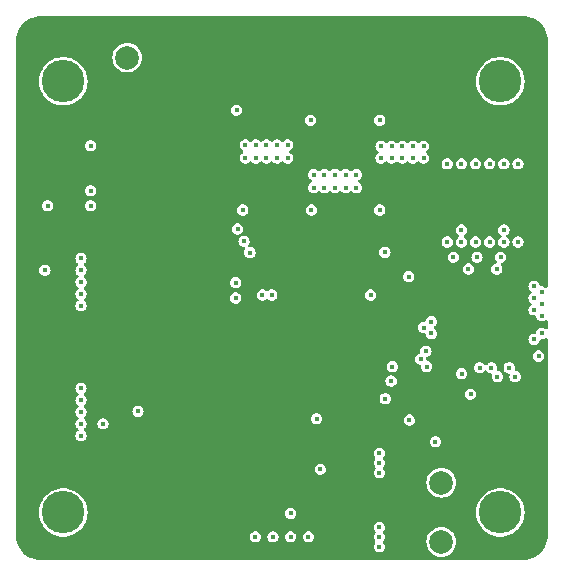
<source format=gbr>
%TF.GenerationSoftware,KiCad,Pcbnew,8.0.7*%
%TF.CreationDate,2025-04-07T22:13:35-04:00*%
%TF.ProjectId,motor-controller,6d6f746f-722d-4636-9f6e-74726f6c6c65,1*%
%TF.SameCoordinates,Original*%
%TF.FileFunction,Copper,L3,Inr*%
%TF.FilePolarity,Positive*%
%FSLAX46Y46*%
G04 Gerber Fmt 4.6, Leading zero omitted, Abs format (unit mm)*
G04 Created by KiCad (PCBNEW 8.0.7) date 2025-04-07 22:13:35*
%MOMM*%
%LPD*%
G01*
G04 APERTURE LIST*
%TA.AperFunction,ComponentPad*%
%ADD10C,3.600000*%
%TD*%
%TA.AperFunction,ViaPad*%
%ADD11C,0.450000*%
%TD*%
%TA.AperFunction,ViaPad*%
%ADD12C,2.000000*%
%TD*%
G04 APERTURE END LIST*
D10*
%TO.N,N/C*%
%TO.C,H2*%
X228500000Y-129000000D03*
%TD*%
%TO.N,N/C*%
%TO.C,H1*%
X191500000Y-129000000D03*
%TD*%
%TO.N,N/C*%
%TO.C,H3*%
X191500000Y-165500000D03*
%TD*%
%TO.N,N/C*%
%TO.C,H4*%
X228500000Y-165500000D03*
%TD*%
D11*
%TO.N,/motor_driver/MOTOR_{U}*%
X212700000Y-138000000D03*
X213600000Y-138000000D03*
X216300000Y-136900000D03*
X212700000Y-136900000D03*
X215400000Y-138000000D03*
X215400000Y-136900000D03*
X216300000Y-138000000D03*
X214500000Y-136900000D03*
X228520000Y-143900000D03*
X213600000Y-136900000D03*
X214500000Y-138000000D03*
D12*
%TO.N,GND*%
X223500000Y-165500000D03*
D11*
X227900000Y-149100000D03*
X222800000Y-148350000D03*
X220500000Y-150169999D03*
X189940000Y-148000000D03*
X204650000Y-164550000D03*
X223000000Y-155500000D03*
X227000000Y-149100000D03*
X227000000Y-150000000D03*
X231350000Y-149850000D03*
X189150000Y-154800000D03*
X227900000Y-150000000D03*
X231750000Y-153230000D03*
X189150000Y-158200000D03*
X204650000Y-163550000D03*
X207750000Y-165590001D03*
X224250000Y-153750000D03*
X226100000Y-148200000D03*
X229250000Y-151270000D03*
X227900000Y-148200000D03*
X205500000Y-164550000D03*
X189940000Y-146000000D03*
X212720000Y-154500000D03*
X203600000Y-126600000D03*
X206400000Y-163550000D03*
X203600000Y-125400000D03*
X193000001Y-149000000D03*
X205500000Y-163550000D03*
X206400000Y-164550000D03*
X190180000Y-134460000D03*
X189100000Y-152700000D03*
X216625000Y-147100000D03*
X189125000Y-160300000D03*
X223000000Y-160480000D03*
X189150000Y-156500000D03*
X215350000Y-155800001D03*
X227250000Y-151270000D03*
X215680000Y-154500000D03*
X227000000Y-148200000D03*
X219800000Y-143520000D03*
X204700000Y-125400000D03*
X190180000Y-138270000D03*
X193000001Y-154000000D03*
X189100000Y-142700000D03*
X206100000Y-148650000D03*
X204700000Y-126600000D03*
X222700000Y-157687500D03*
X209250000Y-165600000D03*
X189100000Y-150300000D03*
X190200000Y-137000000D03*
X228250000Y-151270000D03*
X216000000Y-159930000D03*
X226850000Y-156900000D03*
X226100000Y-150000000D03*
X231000000Y-155500000D03*
X226100000Y-149100000D03*
X219350000Y-150140001D03*
X225150000Y-159100000D03*
D12*
%TO.N,+BATT*%
X196900000Y-127000000D03*
D11*
X219350000Y-153159999D03*
X197825000Y-156950000D03*
X225975001Y-155500000D03*
%TO.N,+3V0*%
X225230000Y-153750000D03*
X220725000Y-145540001D03*
X218750000Y-155875001D03*
X218725000Y-143490001D03*
D12*
X223500000Y-163000000D03*
D11*
%TO.N,/motor_driver/MOTOR_{V}*%
X220200000Y-135500000D03*
X222000000Y-135500000D03*
X221100000Y-135500000D03*
X219300000Y-135500000D03*
X218400000Y-135500000D03*
X221100000Y-134500000D03*
X218400000Y-134500000D03*
X220200000Y-134500000D03*
X222000000Y-134500000D03*
X226520000Y-143900000D03*
X219300000Y-134500000D03*
%TO.N,/motor_driver/MOTOR_{W}*%
X210500000Y-135500000D03*
X207800000Y-135500000D03*
X224520000Y-143900000D03*
X209600000Y-134400000D03*
X206900000Y-135500000D03*
X206900000Y-134400000D03*
X207800000Y-134400000D03*
X208700000Y-135500000D03*
X210500000Y-134400000D03*
X209600000Y-135500000D03*
X208700000Y-134400000D03*
%TO.N,/motor_driver/NRST*%
X226750000Y-153250000D03*
X223000000Y-159520000D03*
X193820000Y-134460000D03*
X219250000Y-154375000D03*
%TO.N,/motor_driver/OSC32_N*%
X229250000Y-153250000D03*
%TO.N,/motor_driver/OSC32_P*%
X229750000Y-154000000D03*
%TO.N,/motor_driver/OSC_N*%
X227750000Y-153250000D03*
%TO.N,/motor_driver/OSC_P*%
X228250000Y-154000000D03*
%TO.N,Net-(D1B-K)*%
X228200000Y-144900000D03*
X228800000Y-141590001D03*
%TO.N,Net-(D2B-K)*%
X225800000Y-144900000D03*
X225200000Y-141590001D03*
%TO.N,+3V3*%
X189940001Y-145000000D03*
X231750000Y-152270000D03*
X217525000Y-147100000D03*
X210750000Y-165590001D03*
X190180000Y-139540000D03*
X193000001Y-159000000D03*
X212950000Y-157575000D03*
X194859999Y-158000000D03*
X218250000Y-162150000D03*
X218250000Y-161300000D03*
X218250000Y-160500000D03*
D12*
X223500000Y-168000000D03*
D11*
X193000001Y-144000000D03*
%TO.N,/motor_driver/VEL_ENC_{~{DET}}*%
X222650000Y-150350000D03*
X193000000Y-158000000D03*
%TO.N,/encoder/VEL_ENC.B*%
X222650000Y-149350000D03*
X193000000Y-156000000D03*
%TO.N,/encoder/VEL_ENC.A*%
X222000000Y-149850000D03*
X193000000Y-157000000D03*
%TO.N,/encoder/VEL_ENC.Z*%
X231350000Y-150850000D03*
X193000000Y-155000000D03*
%TO.N,/encoder/MOSI*%
X193000000Y-148000000D03*
X209150000Y-147100000D03*
%TO.N,/encoder/SCK*%
X208350000Y-147100000D03*
X193000000Y-146000000D03*
%TO.N,/encoder/MISO*%
X193000000Y-147000000D03*
X206100000Y-147350000D03*
%TO.N,/encoder/CSn*%
X206100000Y-146050000D03*
X193000000Y-145000000D03*
%TO.N,/BOOT_UART.RST*%
X209250000Y-167575000D03*
X220800000Y-157687500D03*
%TO.N,Net-(Q1-G)*%
X212445000Y-132300000D03*
X228800000Y-142609999D03*
X228800000Y-135990001D03*
%TO.N,Net-(Q2-G)*%
X230000000Y-135990001D03*
X230000000Y-142609999D03*
X212495001Y-139900000D03*
%TO.N,Net-(Q3-G)*%
X218295001Y-132300000D03*
X226400000Y-142609999D03*
X226400000Y-135990001D03*
%TO.N,/motor_driver/LED_{WARN}*%
X232000000Y-150350000D03*
%TO.N,Net-(Q4-G)*%
X227600000Y-142609999D03*
X218295001Y-139900000D03*
X227600000Y-135990001D03*
%TO.N,Net-(Q5-G)*%
X206175000Y-131450000D03*
X224000000Y-142609999D03*
X224000000Y-135990001D03*
%TO.N,Net-(Q6-G)*%
X206695001Y-139900000D03*
X225200000Y-142609999D03*
X225200000Y-135990001D03*
%TO.N,/motor_driver/LED_{FW_READY}*%
X231350000Y-148350000D03*
%TO.N,/motor_driver/LED_{ERROR}*%
X232000000Y-147850000D03*
%TO.N,/motor_driver/HALL_{1}*%
X222250000Y-153153500D03*
X206800000Y-142550000D03*
%TO.N,/motor_driver/HALL_{2}*%
X221750000Y-152525000D03*
X207300000Y-143500000D03*
%TO.N,/motor_driver/HALL_{3}*%
X206250000Y-141500000D03*
X222200000Y-151850000D03*
%TO.N,/BOOT_UART.RX*%
X210750000Y-167575000D03*
X231350000Y-147350000D03*
%TO.N,Net-(J5-Pin_8)*%
X212250000Y-167575000D03*
%TO.N,/BOOT_UART.BOOT0*%
X207750000Y-167575000D03*
X232000000Y-148850000D03*
%TO.N,/motor_driver/SWCLK*%
X213259999Y-161850000D03*
X193820000Y-138270000D03*
X232000000Y-146850000D03*
%TO.N,Net-(J5-Pin_12)*%
X218250000Y-166750000D03*
X218250000Y-168400000D03*
X218250000Y-167575000D03*
%TO.N,/motor_driver/SWDIO*%
X193820000Y-139540000D03*
X231350000Y-146350000D03*
%TD*%
%TA.AperFunction,Conductor*%
%TO.N,GND*%
G36*
X230501121Y-123500020D02*
G01*
X230635109Y-123502409D01*
X230650528Y-123503650D01*
X230916897Y-123541948D01*
X230934184Y-123545708D01*
X231191313Y-123621209D01*
X231207887Y-123627391D01*
X231317159Y-123677293D01*
X231451659Y-123738717D01*
X231467173Y-123747188D01*
X231692628Y-123892080D01*
X231706787Y-123902679D01*
X231909317Y-124078172D01*
X231921827Y-124090682D01*
X232097320Y-124293212D01*
X232107921Y-124307374D01*
X232252808Y-124532821D01*
X232261284Y-124548345D01*
X232372608Y-124792112D01*
X232378791Y-124808688D01*
X232454290Y-125065814D01*
X232458051Y-125083102D01*
X232496348Y-125349463D01*
X232497590Y-125364898D01*
X232499980Y-125498877D01*
X232500000Y-125501089D01*
X232500000Y-146379012D01*
X232480315Y-146446051D01*
X232427511Y-146491806D01*
X232358353Y-146501750D01*
X232308962Y-146483328D01*
X232199559Y-146413021D01*
X232068368Y-146374500D01*
X232068367Y-146374500D01*
X231941359Y-146374500D01*
X231874320Y-146354815D01*
X231828565Y-146302011D01*
X231818621Y-146268146D01*
X231817410Y-146259721D01*
X231810931Y-146214658D01*
X231774710Y-146135345D01*
X231754132Y-146090285D01*
X231754127Y-146090278D01*
X231664590Y-145986946D01*
X231664586Y-145986942D01*
X231552113Y-145914662D01*
X231549561Y-145913022D01*
X231549560Y-145913021D01*
X231549559Y-145913021D01*
X231418368Y-145874500D01*
X231418367Y-145874500D01*
X231281633Y-145874500D01*
X231281632Y-145874500D01*
X231150440Y-145913021D01*
X231035413Y-145986942D01*
X231035409Y-145986946D01*
X230945872Y-146090278D01*
X230945867Y-146090285D01*
X230889070Y-146214654D01*
X230889068Y-146214662D01*
X230869610Y-146350000D01*
X230889068Y-146485337D01*
X230889070Y-146485345D01*
X230945867Y-146609714D01*
X230945872Y-146609721D01*
X231035409Y-146713053D01*
X231035411Y-146713055D01*
X231086184Y-146745684D01*
X231131939Y-146798488D01*
X231141883Y-146867646D01*
X231112859Y-146931202D01*
X231086185Y-146954314D01*
X231067274Y-146966467D01*
X231035410Y-146986945D01*
X231035409Y-146986946D01*
X230945872Y-147090278D01*
X230945867Y-147090285D01*
X230889070Y-147214654D01*
X230889068Y-147214662D01*
X230869610Y-147350000D01*
X230889068Y-147485337D01*
X230889070Y-147485345D01*
X230945867Y-147609714D01*
X230945872Y-147609721D01*
X231035409Y-147713053D01*
X231035411Y-147713055D01*
X231086184Y-147745684D01*
X231131939Y-147798488D01*
X231141883Y-147867646D01*
X231112859Y-147931202D01*
X231086185Y-147954314D01*
X231067274Y-147966467D01*
X231035410Y-147986945D01*
X231035409Y-147986946D01*
X230945872Y-148090278D01*
X230945867Y-148090285D01*
X230889070Y-148214654D01*
X230889068Y-148214662D01*
X230869610Y-148350000D01*
X230889068Y-148485337D01*
X230889070Y-148485345D01*
X230945867Y-148609714D01*
X230945872Y-148609721D01*
X231035409Y-148713053D01*
X231035413Y-148713057D01*
X231095979Y-148751979D01*
X231150439Y-148786978D01*
X231216036Y-148806239D01*
X231281632Y-148825500D01*
X231408641Y-148825500D01*
X231475680Y-148845185D01*
X231521435Y-148897989D01*
X231531379Y-148931854D01*
X231539068Y-148985336D01*
X231539070Y-148985345D01*
X231595867Y-149109714D01*
X231595872Y-149109721D01*
X231685409Y-149213053D01*
X231685413Y-149213057D01*
X231745979Y-149251979D01*
X231800439Y-149286978D01*
X231866036Y-149306239D01*
X231931632Y-149325500D01*
X231931633Y-149325500D01*
X232068367Y-149325500D01*
X232199561Y-149286978D01*
X232308963Y-149216670D01*
X232376001Y-149196987D01*
X232443040Y-149216672D01*
X232488795Y-149269476D01*
X232500000Y-149320987D01*
X232500000Y-149879012D01*
X232480315Y-149946051D01*
X232427511Y-149991806D01*
X232358353Y-150001750D01*
X232308962Y-149983328D01*
X232199559Y-149913021D01*
X232068368Y-149874500D01*
X232068367Y-149874500D01*
X231931633Y-149874500D01*
X231931632Y-149874500D01*
X231800440Y-149913021D01*
X231685413Y-149986942D01*
X231685409Y-149986946D01*
X231595872Y-150090278D01*
X231595867Y-150090285D01*
X231539070Y-150214654D01*
X231539068Y-150214663D01*
X231531379Y-150268146D01*
X231502355Y-150331702D01*
X231443577Y-150369477D01*
X231408641Y-150374500D01*
X231281632Y-150374500D01*
X231150440Y-150413021D01*
X231035413Y-150486942D01*
X231035409Y-150486946D01*
X230945872Y-150590278D01*
X230945867Y-150590285D01*
X230889070Y-150714654D01*
X230889068Y-150714662D01*
X230869610Y-150850000D01*
X230889068Y-150985337D01*
X230889070Y-150985345D01*
X230945867Y-151109714D01*
X230945872Y-151109721D01*
X231035409Y-151213053D01*
X231035413Y-151213057D01*
X231095979Y-151251979D01*
X231150439Y-151286978D01*
X231216036Y-151306239D01*
X231281632Y-151325500D01*
X231281633Y-151325500D01*
X231418367Y-151325500D01*
X231549561Y-151286978D01*
X231664589Y-151213055D01*
X231754130Y-151109718D01*
X231810931Y-150985342D01*
X231818621Y-150931852D01*
X231847645Y-150868298D01*
X231906423Y-150830523D01*
X231941359Y-150825500D01*
X232068367Y-150825500D01*
X232199561Y-150786978D01*
X232308963Y-150716670D01*
X232376001Y-150696987D01*
X232443040Y-150716672D01*
X232488795Y-150769476D01*
X232500000Y-150820987D01*
X232500000Y-167498910D01*
X232499980Y-167501122D01*
X232497590Y-167635101D01*
X232496348Y-167650536D01*
X232458051Y-167916897D01*
X232454290Y-167934185D01*
X232378791Y-168191311D01*
X232372608Y-168207887D01*
X232261284Y-168451654D01*
X232252805Y-168467183D01*
X232107922Y-168692624D01*
X232097320Y-168706787D01*
X231921827Y-168909317D01*
X231909317Y-168921827D01*
X231706787Y-169097320D01*
X231692624Y-169107922D01*
X231467183Y-169252805D01*
X231451654Y-169261284D01*
X231207887Y-169372608D01*
X231191311Y-169378791D01*
X230934185Y-169454290D01*
X230916897Y-169458051D01*
X230650536Y-169496348D01*
X230635101Y-169497590D01*
X230504818Y-169499914D01*
X230501120Y-169499980D01*
X230498910Y-169500000D01*
X223542871Y-169500000D01*
X223500568Y-169487578D01*
X223481561Y-169497569D01*
X223457129Y-169500000D01*
X189501090Y-169500000D01*
X189498879Y-169499980D01*
X189495015Y-169499911D01*
X189364898Y-169497590D01*
X189349463Y-169496348D01*
X189083102Y-169458051D01*
X189065814Y-169454290D01*
X188808688Y-169378791D01*
X188792112Y-169372608D01*
X188548345Y-169261284D01*
X188532821Y-169252808D01*
X188307374Y-169107921D01*
X188293212Y-169097320D01*
X188090682Y-168921827D01*
X188078172Y-168909317D01*
X187902679Y-168706787D01*
X187892077Y-168692624D01*
X187747188Y-168467173D01*
X187738715Y-168451654D01*
X187728520Y-168429331D01*
X187653315Y-168264654D01*
X187627391Y-168207887D01*
X187621208Y-168191311D01*
X187606225Y-168140285D01*
X187545708Y-167934184D01*
X187541948Y-167916897D01*
X187530133Y-167834721D01*
X187503650Y-167650528D01*
X187502409Y-167635109D01*
X187501337Y-167575000D01*
X207269610Y-167575000D01*
X207289068Y-167710337D01*
X207289070Y-167710345D01*
X207345867Y-167834714D01*
X207345872Y-167834721D01*
X207435409Y-167938053D01*
X207435413Y-167938057D01*
X207484893Y-167969855D01*
X207550439Y-168011978D01*
X207616036Y-168031239D01*
X207681632Y-168050500D01*
X207681633Y-168050500D01*
X207818367Y-168050500D01*
X207949561Y-168011978D01*
X208064589Y-167938055D01*
X208154130Y-167834718D01*
X208210931Y-167710342D01*
X208230390Y-167575000D01*
X208769610Y-167575000D01*
X208789068Y-167710337D01*
X208789070Y-167710345D01*
X208845867Y-167834714D01*
X208845872Y-167834721D01*
X208935409Y-167938053D01*
X208935413Y-167938057D01*
X208984893Y-167969855D01*
X209050439Y-168011978D01*
X209116036Y-168031239D01*
X209181632Y-168050500D01*
X209181633Y-168050500D01*
X209318367Y-168050500D01*
X209449561Y-168011978D01*
X209564589Y-167938055D01*
X209654130Y-167834718D01*
X209710931Y-167710342D01*
X209730390Y-167575000D01*
X210269610Y-167575000D01*
X210289068Y-167710337D01*
X210289070Y-167710345D01*
X210345867Y-167834714D01*
X210345872Y-167834721D01*
X210435409Y-167938053D01*
X210435413Y-167938057D01*
X210484893Y-167969855D01*
X210550439Y-168011978D01*
X210616036Y-168031239D01*
X210681632Y-168050500D01*
X210681633Y-168050500D01*
X210818367Y-168050500D01*
X210949561Y-168011978D01*
X211064589Y-167938055D01*
X211154130Y-167834718D01*
X211210931Y-167710342D01*
X211230390Y-167575000D01*
X211769610Y-167575000D01*
X211789068Y-167710337D01*
X211789070Y-167710345D01*
X211845867Y-167834714D01*
X211845872Y-167834721D01*
X211935409Y-167938053D01*
X211935413Y-167938057D01*
X211984893Y-167969855D01*
X212050439Y-168011978D01*
X212116036Y-168031239D01*
X212181632Y-168050500D01*
X212181633Y-168050500D01*
X212318367Y-168050500D01*
X212449561Y-168011978D01*
X212564589Y-167938055D01*
X212654130Y-167834718D01*
X212710931Y-167710342D01*
X212730390Y-167575000D01*
X212710931Y-167439658D01*
X212680198Y-167372362D01*
X212654132Y-167315285D01*
X212654127Y-167315278D01*
X212564590Y-167211946D01*
X212564586Y-167211942D01*
X212473736Y-167153558D01*
X212449561Y-167138022D01*
X212449560Y-167138021D01*
X212449559Y-167138021D01*
X212318368Y-167099500D01*
X212318367Y-167099500D01*
X212181633Y-167099500D01*
X212181632Y-167099500D01*
X212050440Y-167138021D01*
X211935413Y-167211942D01*
X211935409Y-167211946D01*
X211845872Y-167315278D01*
X211845867Y-167315285D01*
X211789070Y-167439654D01*
X211789068Y-167439662D01*
X211769610Y-167575000D01*
X211230390Y-167575000D01*
X211210931Y-167439658D01*
X211180198Y-167372362D01*
X211154132Y-167315285D01*
X211154127Y-167315278D01*
X211064590Y-167211946D01*
X211064586Y-167211942D01*
X210973736Y-167153558D01*
X210949561Y-167138022D01*
X210949560Y-167138021D01*
X210949559Y-167138021D01*
X210818368Y-167099500D01*
X210818367Y-167099500D01*
X210681633Y-167099500D01*
X210681632Y-167099500D01*
X210550440Y-167138021D01*
X210435413Y-167211942D01*
X210435409Y-167211946D01*
X210345872Y-167315278D01*
X210345867Y-167315285D01*
X210289070Y-167439654D01*
X210289068Y-167439662D01*
X210269610Y-167575000D01*
X209730390Y-167575000D01*
X209710931Y-167439658D01*
X209680198Y-167372362D01*
X209654132Y-167315285D01*
X209654127Y-167315278D01*
X209564590Y-167211946D01*
X209564586Y-167211942D01*
X209473736Y-167153558D01*
X209449561Y-167138022D01*
X209449560Y-167138021D01*
X209449559Y-167138021D01*
X209318368Y-167099500D01*
X209318367Y-167099500D01*
X209181633Y-167099500D01*
X209181632Y-167099500D01*
X209050440Y-167138021D01*
X208935413Y-167211942D01*
X208935409Y-167211946D01*
X208845872Y-167315278D01*
X208845867Y-167315285D01*
X208789070Y-167439654D01*
X208789068Y-167439662D01*
X208769610Y-167575000D01*
X208230390Y-167575000D01*
X208210931Y-167439658D01*
X208180198Y-167372362D01*
X208154132Y-167315285D01*
X208154127Y-167315278D01*
X208064590Y-167211946D01*
X208064586Y-167211942D01*
X207973736Y-167153558D01*
X207949561Y-167138022D01*
X207949560Y-167138021D01*
X207949559Y-167138021D01*
X207818368Y-167099500D01*
X207818367Y-167099500D01*
X207681633Y-167099500D01*
X207681632Y-167099500D01*
X207550440Y-167138021D01*
X207435413Y-167211942D01*
X207435409Y-167211946D01*
X207345872Y-167315278D01*
X207345867Y-167315285D01*
X207289070Y-167439654D01*
X207289068Y-167439662D01*
X207269610Y-167575000D01*
X187501337Y-167575000D01*
X187500020Y-167501121D01*
X187500000Y-167498910D01*
X187500000Y-165500000D01*
X189444709Y-165500000D01*
X189463851Y-165779862D01*
X189463852Y-165779864D01*
X189520921Y-166054499D01*
X189520926Y-166054516D01*
X189599109Y-166274500D01*
X189614864Y-166318830D01*
X189743919Y-166567896D01*
X189905688Y-166797069D01*
X189905692Y-166797073D01*
X189905692Y-166797074D01*
X190013863Y-166912897D01*
X190097155Y-167002081D01*
X190314754Y-167179111D01*
X190314756Y-167179112D01*
X190314757Y-167179113D01*
X190554433Y-167324863D01*
X190763257Y-167415567D01*
X190811725Y-167436620D01*
X191081839Y-167512303D01*
X191326159Y-167545884D01*
X191359741Y-167550500D01*
X191359742Y-167550500D01*
X191640259Y-167550500D01*
X191670219Y-167546381D01*
X191918161Y-167512303D01*
X192188275Y-167436620D01*
X192445568Y-167324862D01*
X192685246Y-167179111D01*
X192902845Y-167002081D01*
X193094312Y-166797069D01*
X193127537Y-166750000D01*
X217769610Y-166750000D01*
X217789068Y-166885337D01*
X217789070Y-166885345D01*
X217845867Y-167009714D01*
X217845870Y-167009718D01*
X217907893Y-167081298D01*
X217936917Y-167144855D01*
X217926973Y-167214013D01*
X217907893Y-167243702D01*
X217845870Y-167315281D01*
X217845867Y-167315285D01*
X217789070Y-167439654D01*
X217789068Y-167439662D01*
X217769610Y-167575000D01*
X217789068Y-167710337D01*
X217789070Y-167710345D01*
X217845867Y-167834714D01*
X217845870Y-167834718D01*
X217907893Y-167906298D01*
X217936917Y-167969855D01*
X217926973Y-168039013D01*
X217907893Y-168068702D01*
X217845870Y-168140281D01*
X217845867Y-168140285D01*
X217789070Y-168264654D01*
X217789068Y-168264662D01*
X217769610Y-168400000D01*
X217789068Y-168535337D01*
X217789070Y-168535345D01*
X217845867Y-168659714D01*
X217845872Y-168659721D01*
X217935409Y-168763053D01*
X217935413Y-168763057D01*
X217995979Y-168801979D01*
X218050439Y-168836978D01*
X218116036Y-168856239D01*
X218181632Y-168875500D01*
X218181633Y-168875500D01*
X218318367Y-168875500D01*
X218449561Y-168836978D01*
X218564589Y-168763055D01*
X218654130Y-168659718D01*
X218710931Y-168535342D01*
X218730390Y-168400000D01*
X218710931Y-168264658D01*
X218689612Y-168217977D01*
X218654132Y-168140285D01*
X218654130Y-168140283D01*
X218654130Y-168140282D01*
X218592104Y-168068700D01*
X218563081Y-168005147D01*
X218563822Y-167999997D01*
X222244723Y-167999997D01*
X222244723Y-168000002D01*
X222263793Y-168217975D01*
X222263793Y-168217979D01*
X222320422Y-168429322D01*
X222320424Y-168429326D01*
X222320425Y-168429330D01*
X222338076Y-168467183D01*
X222412897Y-168627638D01*
X222412898Y-168627639D01*
X222538402Y-168806877D01*
X222693123Y-168961598D01*
X222872361Y-169087102D01*
X223070670Y-169179575D01*
X223282023Y-169236207D01*
X223440120Y-169250038D01*
X223467936Y-169252472D01*
X223497203Y-169263920D01*
X223507936Y-169257023D01*
X223532064Y-169252472D01*
X223554412Y-169250516D01*
X223717977Y-169236207D01*
X223929330Y-169179575D01*
X224127639Y-169087102D01*
X224306877Y-168961598D01*
X224461598Y-168806877D01*
X224587102Y-168627639D01*
X224679575Y-168429330D01*
X224736207Y-168217977D01*
X224755277Y-168000000D01*
X224754183Y-167987500D01*
X224749519Y-167934184D01*
X224736207Y-167782023D01*
X224679575Y-167570670D01*
X224587102Y-167372362D01*
X224587100Y-167372359D01*
X224587099Y-167372357D01*
X224461599Y-167193124D01*
X224406496Y-167138021D01*
X224306877Y-167038402D01*
X224127639Y-166912898D01*
X224127640Y-166912898D01*
X224127638Y-166912897D01*
X224028484Y-166866661D01*
X223929330Y-166820425D01*
X223929326Y-166820424D01*
X223929322Y-166820422D01*
X223717977Y-166763793D01*
X223500002Y-166744723D01*
X223499998Y-166744723D01*
X223354682Y-166757436D01*
X223282023Y-166763793D01*
X223282020Y-166763793D01*
X223070677Y-166820422D01*
X223070668Y-166820426D01*
X222872361Y-166912898D01*
X222872357Y-166912900D01*
X222693121Y-167038402D01*
X222538402Y-167193121D01*
X222412900Y-167372357D01*
X222412898Y-167372361D01*
X222320426Y-167570668D01*
X222320422Y-167570677D01*
X222263793Y-167782020D01*
X222263793Y-167782024D01*
X222244723Y-167999997D01*
X218563822Y-167999997D01*
X218573025Y-167935989D01*
X218592102Y-167906302D01*
X218654130Y-167834718D01*
X218710931Y-167710342D01*
X218730390Y-167575000D01*
X218710931Y-167439658D01*
X218680198Y-167372362D01*
X218654132Y-167315285D01*
X218654130Y-167315283D01*
X218654130Y-167315282D01*
X218592104Y-167243700D01*
X218563081Y-167180147D01*
X218573025Y-167110989D01*
X218592102Y-167081302D01*
X218654130Y-167009718D01*
X218710931Y-166885342D01*
X218730390Y-166750000D01*
X218710931Y-166614658D01*
X218689575Y-166567896D01*
X218654132Y-166490285D01*
X218654127Y-166490278D01*
X218564590Y-166386946D01*
X218564586Y-166386942D01*
X218473736Y-166328558D01*
X218449561Y-166313022D01*
X218449560Y-166313021D01*
X218449559Y-166313021D01*
X218318368Y-166274500D01*
X218318367Y-166274500D01*
X218181633Y-166274500D01*
X218181632Y-166274500D01*
X218050440Y-166313021D01*
X217935413Y-166386942D01*
X217935409Y-166386946D01*
X217845872Y-166490278D01*
X217845867Y-166490285D01*
X217789070Y-166614654D01*
X217789068Y-166614662D01*
X217769610Y-166750000D01*
X193127537Y-166750000D01*
X193256081Y-166567896D01*
X193385136Y-166318830D01*
X193479075Y-166054511D01*
X193479076Y-166054504D01*
X193479078Y-166054499D01*
X193521632Y-165849715D01*
X193536148Y-165779862D01*
X193549135Y-165590001D01*
X210269610Y-165590001D01*
X210289068Y-165725338D01*
X210289070Y-165725346D01*
X210345867Y-165849715D01*
X210345872Y-165849722D01*
X210435409Y-165953054D01*
X210435413Y-165953058D01*
X210495979Y-165991980D01*
X210550439Y-166026979D01*
X210616036Y-166046240D01*
X210681632Y-166065501D01*
X210681633Y-166065501D01*
X210818367Y-166065501D01*
X210949561Y-166026979D01*
X211064589Y-165953056D01*
X211154130Y-165849719D01*
X211210931Y-165725343D01*
X211230390Y-165590001D01*
X211217450Y-165500000D01*
X226444709Y-165500000D01*
X226463851Y-165779862D01*
X226463852Y-165779864D01*
X226520921Y-166054499D01*
X226520926Y-166054516D01*
X226599109Y-166274500D01*
X226614864Y-166318830D01*
X226743919Y-166567896D01*
X226905688Y-166797069D01*
X226905692Y-166797073D01*
X226905692Y-166797074D01*
X227013863Y-166912897D01*
X227097155Y-167002081D01*
X227314754Y-167179111D01*
X227314756Y-167179112D01*
X227314757Y-167179113D01*
X227554433Y-167324863D01*
X227763257Y-167415567D01*
X227811725Y-167436620D01*
X228081839Y-167512303D01*
X228326159Y-167545884D01*
X228359741Y-167550500D01*
X228359742Y-167550500D01*
X228640259Y-167550500D01*
X228670219Y-167546381D01*
X228918161Y-167512303D01*
X229188275Y-167436620D01*
X229445568Y-167324862D01*
X229685246Y-167179111D01*
X229902845Y-167002081D01*
X230094312Y-166797069D01*
X230256081Y-166567896D01*
X230385136Y-166318830D01*
X230479075Y-166054511D01*
X230479076Y-166054504D01*
X230479078Y-166054499D01*
X230521632Y-165849715D01*
X230536148Y-165779862D01*
X230555291Y-165500000D01*
X230536614Y-165226946D01*
X230536148Y-165220137D01*
X230536147Y-165220135D01*
X230479078Y-164945500D01*
X230479073Y-164945483D01*
X230385136Y-164681171D01*
X230385136Y-164681170D01*
X230256081Y-164432104D01*
X230094312Y-164202931D01*
X230094307Y-164202925D01*
X229902845Y-163997919D01*
X229685246Y-163820889D01*
X229685244Y-163820888D01*
X229685242Y-163820886D01*
X229445566Y-163675136D01*
X229188276Y-163563380D01*
X228918166Y-163487698D01*
X228918162Y-163487697D01*
X228918161Y-163487697D01*
X228779209Y-163468598D01*
X228640259Y-163449500D01*
X228640258Y-163449500D01*
X228359742Y-163449500D01*
X228359741Y-163449500D01*
X228081839Y-163487697D01*
X228081833Y-163487698D01*
X227811723Y-163563380D01*
X227554433Y-163675136D01*
X227314757Y-163820886D01*
X227097154Y-163997919D01*
X226905692Y-164202925D01*
X226905692Y-164202926D01*
X226743919Y-164432103D01*
X226614863Y-164681171D01*
X226520926Y-164945483D01*
X226520921Y-164945500D01*
X226463852Y-165220135D01*
X226463851Y-165220137D01*
X226444709Y-165500000D01*
X211217450Y-165500000D01*
X211210931Y-165454659D01*
X211198677Y-165427828D01*
X211154132Y-165330286D01*
X211154127Y-165330279D01*
X211064590Y-165226947D01*
X211064586Y-165226943D01*
X210949559Y-165153022D01*
X210818368Y-165114501D01*
X210818367Y-165114501D01*
X210681633Y-165114501D01*
X210681632Y-165114501D01*
X210550440Y-165153022D01*
X210435413Y-165226943D01*
X210435409Y-165226947D01*
X210345872Y-165330279D01*
X210345867Y-165330286D01*
X210289070Y-165454655D01*
X210289068Y-165454663D01*
X210269610Y-165590001D01*
X193549135Y-165590001D01*
X193555291Y-165500000D01*
X193536614Y-165226946D01*
X193536148Y-165220137D01*
X193536147Y-165220135D01*
X193479078Y-164945500D01*
X193479073Y-164945483D01*
X193385136Y-164681171D01*
X193385136Y-164681170D01*
X193256081Y-164432104D01*
X193094312Y-164202931D01*
X193094307Y-164202925D01*
X192902845Y-163997919D01*
X192685246Y-163820889D01*
X192685244Y-163820888D01*
X192685242Y-163820886D01*
X192445566Y-163675136D01*
X192188276Y-163563380D01*
X191918166Y-163487698D01*
X191918162Y-163487697D01*
X191918161Y-163487697D01*
X191779209Y-163468598D01*
X191640259Y-163449500D01*
X191640258Y-163449500D01*
X191359742Y-163449500D01*
X191359741Y-163449500D01*
X191081839Y-163487697D01*
X191081833Y-163487698D01*
X190811723Y-163563380D01*
X190554433Y-163675136D01*
X190314757Y-163820886D01*
X190097154Y-163997919D01*
X189905692Y-164202925D01*
X189905692Y-164202926D01*
X189743919Y-164432103D01*
X189614863Y-164681171D01*
X189520926Y-164945483D01*
X189520921Y-164945500D01*
X189463852Y-165220135D01*
X189463851Y-165220137D01*
X189444709Y-165500000D01*
X187500000Y-165500000D01*
X187500000Y-162999997D01*
X222244723Y-162999997D01*
X222244723Y-163000002D01*
X222263793Y-163217975D01*
X222263793Y-163217979D01*
X222320422Y-163429322D01*
X222320424Y-163429326D01*
X222320425Y-163429330D01*
X222366661Y-163528484D01*
X222412897Y-163627638D01*
X222412898Y-163627639D01*
X222538402Y-163806877D01*
X222693123Y-163961598D01*
X222872361Y-164087102D01*
X223070670Y-164179575D01*
X223282023Y-164236207D01*
X223464926Y-164252208D01*
X223499998Y-164255277D01*
X223500000Y-164255277D01*
X223500002Y-164255277D01*
X223528254Y-164252805D01*
X223717977Y-164236207D01*
X223929330Y-164179575D01*
X224127639Y-164087102D01*
X224306877Y-163961598D01*
X224461598Y-163806877D01*
X224587102Y-163627639D01*
X224679575Y-163429330D01*
X224736207Y-163217977D01*
X224755277Y-163000000D01*
X224736207Y-162782023D01*
X224679575Y-162570670D01*
X224587102Y-162372362D01*
X224587100Y-162372359D01*
X224587099Y-162372357D01*
X224461599Y-162193124D01*
X224418475Y-162150000D01*
X224306877Y-162038402D01*
X224127639Y-161912898D01*
X224127640Y-161912898D01*
X224127638Y-161912897D01*
X224028484Y-161866661D01*
X223929330Y-161820425D01*
X223929326Y-161820424D01*
X223929322Y-161820422D01*
X223717977Y-161763793D01*
X223500002Y-161744723D01*
X223499998Y-161744723D01*
X223354682Y-161757436D01*
X223282023Y-161763793D01*
X223282020Y-161763793D01*
X223070677Y-161820422D01*
X223070668Y-161820426D01*
X222872361Y-161912898D01*
X222872357Y-161912900D01*
X222693121Y-162038402D01*
X222538402Y-162193121D01*
X222412900Y-162372357D01*
X222412898Y-162372361D01*
X222320426Y-162570668D01*
X222320422Y-162570677D01*
X222263793Y-162782020D01*
X222263793Y-162782024D01*
X222244723Y-162999997D01*
X187500000Y-162999997D01*
X187500000Y-161850000D01*
X212779609Y-161850000D01*
X212799067Y-161985337D01*
X212799069Y-161985345D01*
X212855866Y-162109714D01*
X212855871Y-162109721D01*
X212945408Y-162213053D01*
X212945412Y-162213057D01*
X213005978Y-162251979D01*
X213060438Y-162286978D01*
X213126035Y-162306239D01*
X213191631Y-162325500D01*
X213191632Y-162325500D01*
X213328366Y-162325500D01*
X213459560Y-162286978D01*
X213574588Y-162213055D01*
X213664129Y-162109718D01*
X213720930Y-161985342D01*
X213740389Y-161850000D01*
X213720930Y-161714658D01*
X213688569Y-161643797D01*
X213664131Y-161590285D01*
X213664126Y-161590278D01*
X213574589Y-161486946D01*
X213574585Y-161486942D01*
X213459558Y-161413021D01*
X213328367Y-161374500D01*
X213328366Y-161374500D01*
X213191632Y-161374500D01*
X213191631Y-161374500D01*
X213060439Y-161413021D01*
X212945412Y-161486942D01*
X212945408Y-161486946D01*
X212855871Y-161590278D01*
X212855866Y-161590285D01*
X212799069Y-161714654D01*
X212799067Y-161714662D01*
X212779609Y-161850000D01*
X187500000Y-161850000D01*
X187500000Y-160500000D01*
X217769610Y-160500000D01*
X217789068Y-160635337D01*
X217789070Y-160635345D01*
X217845867Y-160759714D01*
X217845870Y-160759718D01*
X217897062Y-160818798D01*
X217926086Y-160882354D01*
X217916142Y-160951513D01*
X217897062Y-160981202D01*
X217845870Y-161040281D01*
X217845867Y-161040285D01*
X217789070Y-161164654D01*
X217789068Y-161164662D01*
X217769610Y-161300000D01*
X217789068Y-161435337D01*
X217789070Y-161435345D01*
X217845867Y-161559714D01*
X217845870Y-161559718D01*
X217918724Y-161643798D01*
X217947748Y-161707355D01*
X217937804Y-161776513D01*
X217918724Y-161806202D01*
X217845870Y-161890281D01*
X217845867Y-161890285D01*
X217789070Y-162014654D01*
X217789068Y-162014662D01*
X217769610Y-162150000D01*
X217789068Y-162285337D01*
X217789070Y-162285345D01*
X217845867Y-162409714D01*
X217845872Y-162409721D01*
X217935409Y-162513053D01*
X217935413Y-162513057D01*
X217995979Y-162551979D01*
X218050439Y-162586978D01*
X218116036Y-162606239D01*
X218181632Y-162625500D01*
X218181633Y-162625500D01*
X218318367Y-162625500D01*
X218449561Y-162586978D01*
X218564589Y-162513055D01*
X218654130Y-162409718D01*
X218710931Y-162285342D01*
X218730390Y-162150000D01*
X218710931Y-162014658D01*
X218697540Y-161985337D01*
X218654132Y-161890285D01*
X218654130Y-161890283D01*
X218654130Y-161890282D01*
X218581273Y-161806200D01*
X218552250Y-161742647D01*
X218562194Y-161673489D01*
X218581272Y-161643801D01*
X218654130Y-161559718D01*
X218710931Y-161435342D01*
X218730390Y-161300000D01*
X218710931Y-161164658D01*
X218698677Y-161137827D01*
X218654132Y-161040285D01*
X218654130Y-161040283D01*
X218654130Y-161040282D01*
X218602935Y-160981199D01*
X218573912Y-160917648D01*
X218583855Y-160848489D01*
X218602933Y-160818802D01*
X218654130Y-160759718D01*
X218710931Y-160635342D01*
X218730390Y-160500000D01*
X218710931Y-160364658D01*
X218698677Y-160337827D01*
X218654132Y-160240285D01*
X218654127Y-160240278D01*
X218564590Y-160136946D01*
X218564586Y-160136942D01*
X218449559Y-160063021D01*
X218318368Y-160024500D01*
X218318367Y-160024500D01*
X218181633Y-160024500D01*
X218181632Y-160024500D01*
X218050440Y-160063021D01*
X217935413Y-160136942D01*
X217935409Y-160136946D01*
X217845872Y-160240278D01*
X217845867Y-160240285D01*
X217789070Y-160364654D01*
X217789068Y-160364662D01*
X217769610Y-160500000D01*
X187500000Y-160500000D01*
X187500000Y-159520000D01*
X222519610Y-159520000D01*
X222539068Y-159655337D01*
X222539070Y-159655345D01*
X222595867Y-159779714D01*
X222595872Y-159779721D01*
X222685409Y-159883053D01*
X222685413Y-159883057D01*
X222745979Y-159921979D01*
X222800439Y-159956978D01*
X222866036Y-159976239D01*
X222931632Y-159995500D01*
X222931633Y-159995500D01*
X223068367Y-159995500D01*
X223199561Y-159956978D01*
X223314589Y-159883055D01*
X223404130Y-159779718D01*
X223460931Y-159655342D01*
X223480390Y-159520000D01*
X223460931Y-159384658D01*
X223448677Y-159357827D01*
X223404132Y-159260285D01*
X223404127Y-159260278D01*
X223314590Y-159156946D01*
X223314586Y-159156942D01*
X223199559Y-159083021D01*
X223068368Y-159044500D01*
X223068367Y-159044500D01*
X222931633Y-159044500D01*
X222931632Y-159044500D01*
X222800440Y-159083021D01*
X222685413Y-159156942D01*
X222685409Y-159156946D01*
X222595872Y-159260278D01*
X222595867Y-159260285D01*
X222539070Y-159384654D01*
X222539068Y-159384662D01*
X222519610Y-159520000D01*
X187500000Y-159520000D01*
X187500000Y-155000000D01*
X192519610Y-155000000D01*
X192539068Y-155135337D01*
X192539070Y-155135345D01*
X192595867Y-155259714D01*
X192595872Y-155259721D01*
X192685409Y-155363053D01*
X192685411Y-155363055D01*
X192736184Y-155395684D01*
X192781939Y-155448488D01*
X192791883Y-155517646D01*
X192762859Y-155581202D01*
X192736185Y-155604314D01*
X192736182Y-155604317D01*
X192685410Y-155636945D01*
X192685409Y-155636946D01*
X192595872Y-155740278D01*
X192595867Y-155740285D01*
X192539070Y-155864654D01*
X192539068Y-155864662D01*
X192519610Y-156000000D01*
X192539068Y-156135337D01*
X192539070Y-156135345D01*
X192595867Y-156259714D01*
X192595872Y-156259721D01*
X192674533Y-156350501D01*
X192685411Y-156363055D01*
X192736184Y-156395684D01*
X192781939Y-156448488D01*
X192791883Y-156517646D01*
X192762859Y-156581202D01*
X192736185Y-156604314D01*
X192736182Y-156604317D01*
X192685410Y-156636945D01*
X192685409Y-156636946D01*
X192595872Y-156740278D01*
X192595867Y-156740285D01*
X192539070Y-156864654D01*
X192539068Y-156864662D01*
X192519610Y-157000000D01*
X192539068Y-157135337D01*
X192539070Y-157135345D01*
X192595867Y-157259714D01*
X192595872Y-157259721D01*
X192651956Y-157324446D01*
X192685411Y-157363055D01*
X192736184Y-157395684D01*
X192781939Y-157448488D01*
X192791883Y-157517646D01*
X192762859Y-157581202D01*
X192736185Y-157604314D01*
X192736182Y-157604317D01*
X192685410Y-157636945D01*
X192685409Y-157636946D01*
X192595872Y-157740278D01*
X192595867Y-157740285D01*
X192539070Y-157864654D01*
X192539068Y-157864662D01*
X192519610Y-158000000D01*
X192539068Y-158135337D01*
X192539070Y-158135345D01*
X192595867Y-158259714D01*
X192595872Y-158259721D01*
X192685409Y-158363053D01*
X192685411Y-158363055D01*
X192736184Y-158395684D01*
X192781939Y-158448488D01*
X192791883Y-158517646D01*
X192762859Y-158581202D01*
X192736184Y-158604316D01*
X192685412Y-158636944D01*
X192685410Y-158636946D01*
X192595873Y-158740278D01*
X192595868Y-158740285D01*
X192539071Y-158864654D01*
X192539069Y-158864662D01*
X192519611Y-159000000D01*
X192539069Y-159135337D01*
X192539071Y-159135345D01*
X192595868Y-159259714D01*
X192595873Y-159259721D01*
X192685410Y-159363053D01*
X192685414Y-159363057D01*
X192745980Y-159401979D01*
X192800440Y-159436978D01*
X192866037Y-159456239D01*
X192931633Y-159475500D01*
X192931634Y-159475500D01*
X193068368Y-159475500D01*
X193199562Y-159436978D01*
X193314590Y-159363055D01*
X193404131Y-159259718D01*
X193460932Y-159135342D01*
X193480391Y-159000000D01*
X193460932Y-158864658D01*
X193448678Y-158837827D01*
X193404133Y-158740285D01*
X193404128Y-158740278D01*
X193314591Y-158636946D01*
X193314590Y-158636945D01*
X193263815Y-158604314D01*
X193218061Y-158551511D01*
X193208117Y-158482353D01*
X193237142Y-158418797D01*
X193263813Y-158395686D01*
X193314589Y-158363055D01*
X193404130Y-158259718D01*
X193460931Y-158135342D01*
X193480390Y-158000000D01*
X194379609Y-158000000D01*
X194399067Y-158135337D01*
X194399069Y-158135345D01*
X194455866Y-158259714D01*
X194455871Y-158259721D01*
X194545408Y-158363053D01*
X194545412Y-158363057D01*
X194596179Y-158395682D01*
X194660438Y-158436978D01*
X194726035Y-158456239D01*
X194791631Y-158475500D01*
X194791632Y-158475500D01*
X194928366Y-158475500D01*
X195059560Y-158436978D01*
X195174588Y-158363055D01*
X195264129Y-158259718D01*
X195320930Y-158135342D01*
X195340389Y-158000000D01*
X195320930Y-157864658D01*
X195301831Y-157822837D01*
X195264131Y-157740285D01*
X195264126Y-157740278D01*
X195174589Y-157636946D01*
X195174585Y-157636942D01*
X195078198Y-157575000D01*
X212469610Y-157575000D01*
X212489068Y-157710337D01*
X212489070Y-157710345D01*
X212545867Y-157834714D01*
X212545872Y-157834721D01*
X212635409Y-157938053D01*
X212635413Y-157938057D01*
X212695979Y-157976979D01*
X212750439Y-158011978D01*
X212816036Y-158031239D01*
X212881632Y-158050500D01*
X212881633Y-158050500D01*
X213018367Y-158050500D01*
X213149561Y-158011978D01*
X213264589Y-157938055D01*
X213354130Y-157834718D01*
X213410931Y-157710342D01*
X213414215Y-157687500D01*
X220319610Y-157687500D01*
X220339068Y-157822837D01*
X220339070Y-157822845D01*
X220395867Y-157947214D01*
X220395872Y-157947221D01*
X220485409Y-158050553D01*
X220485413Y-158050557D01*
X220545979Y-158089479D01*
X220600439Y-158124478D01*
X220637449Y-158135345D01*
X220731632Y-158163000D01*
X220731633Y-158163000D01*
X220868367Y-158163000D01*
X220999561Y-158124478D01*
X221114589Y-158050555D01*
X221204130Y-157947218D01*
X221260931Y-157822842D01*
X221280390Y-157687500D01*
X221260931Y-157552158D01*
X221229053Y-157482355D01*
X221204132Y-157427785D01*
X221204127Y-157427778D01*
X221114590Y-157324446D01*
X221114586Y-157324442D01*
X220999559Y-157250521D01*
X220868368Y-157212000D01*
X220868367Y-157212000D01*
X220731633Y-157212000D01*
X220731632Y-157212000D01*
X220600440Y-157250521D01*
X220485413Y-157324442D01*
X220485409Y-157324446D01*
X220395872Y-157427778D01*
X220395867Y-157427785D01*
X220339070Y-157552154D01*
X220339068Y-157552162D01*
X220319610Y-157687500D01*
X213414215Y-157687500D01*
X213430390Y-157575000D01*
X213410931Y-157439658D01*
X213386873Y-157386978D01*
X213354132Y-157315285D01*
X213354127Y-157315278D01*
X213264590Y-157211946D01*
X213264586Y-157211942D01*
X213149559Y-157138021D01*
X213018368Y-157099500D01*
X213018367Y-157099500D01*
X212881633Y-157099500D01*
X212881632Y-157099500D01*
X212750440Y-157138021D01*
X212635413Y-157211942D01*
X212635409Y-157211946D01*
X212545872Y-157315278D01*
X212545867Y-157315285D01*
X212489070Y-157439654D01*
X212489068Y-157439662D01*
X212469610Y-157575000D01*
X195078198Y-157575000D01*
X195059558Y-157563021D01*
X194928367Y-157524500D01*
X194928366Y-157524500D01*
X194791632Y-157524500D01*
X194791631Y-157524500D01*
X194660439Y-157563021D01*
X194545412Y-157636942D01*
X194545408Y-157636946D01*
X194455871Y-157740278D01*
X194455866Y-157740285D01*
X194399069Y-157864654D01*
X194399067Y-157864662D01*
X194379609Y-158000000D01*
X193480390Y-158000000D01*
X193460931Y-157864658D01*
X193441832Y-157822837D01*
X193404132Y-157740285D01*
X193404127Y-157740278D01*
X193314590Y-157636946D01*
X193314591Y-157636946D01*
X193305899Y-157631360D01*
X193263813Y-157604313D01*
X193218060Y-157551513D01*
X193208116Y-157482355D01*
X193237140Y-157418799D01*
X193263809Y-157395688D01*
X193314589Y-157363055D01*
X193404130Y-157259718D01*
X193460931Y-157135342D01*
X193480390Y-157000000D01*
X193473201Y-156950000D01*
X197344610Y-156950000D01*
X197364068Y-157085337D01*
X197364070Y-157085345D01*
X197420867Y-157209714D01*
X197420872Y-157209721D01*
X197510409Y-157313053D01*
X197510413Y-157313057D01*
X197570979Y-157351979D01*
X197625439Y-157386978D01*
X197655086Y-157395683D01*
X197756632Y-157425500D01*
X197756633Y-157425500D01*
X197893367Y-157425500D01*
X198024561Y-157386978D01*
X198139589Y-157313055D01*
X198229130Y-157209718D01*
X198285931Y-157085342D01*
X198305390Y-156950000D01*
X198285931Y-156814658D01*
X198251966Y-156740285D01*
X198229132Y-156690285D01*
X198229127Y-156690278D01*
X198139590Y-156586946D01*
X198139586Y-156586942D01*
X198024559Y-156513021D01*
X197893368Y-156474500D01*
X197893367Y-156474500D01*
X197756633Y-156474500D01*
X197756632Y-156474500D01*
X197625440Y-156513021D01*
X197510413Y-156586942D01*
X197510409Y-156586946D01*
X197420872Y-156690278D01*
X197420867Y-156690285D01*
X197364070Y-156814654D01*
X197364068Y-156814662D01*
X197344610Y-156950000D01*
X193473201Y-156950000D01*
X193460931Y-156864658D01*
X193448677Y-156837827D01*
X193404132Y-156740285D01*
X193404127Y-156740278D01*
X193314590Y-156636946D01*
X193314591Y-156636946D01*
X193305899Y-156631360D01*
X193263813Y-156604313D01*
X193218060Y-156551513D01*
X193208116Y-156482355D01*
X193237140Y-156418799D01*
X193263809Y-156395688D01*
X193314589Y-156363055D01*
X193404130Y-156259718D01*
X193460931Y-156135342D01*
X193480390Y-156000000D01*
X193462418Y-155875001D01*
X218269610Y-155875001D01*
X218289068Y-156010338D01*
X218289070Y-156010346D01*
X218345867Y-156134715D01*
X218345872Y-156134722D01*
X218435409Y-156238054D01*
X218435413Y-156238058D01*
X218495979Y-156276980D01*
X218550439Y-156311979D01*
X218616036Y-156331240D01*
X218681632Y-156350501D01*
X218681633Y-156350501D01*
X218818367Y-156350501D01*
X218949561Y-156311979D01*
X219064589Y-156238056D01*
X219154130Y-156134719D01*
X219210931Y-156010343D01*
X219230390Y-155875001D01*
X219210931Y-155739659D01*
X219198677Y-155712828D01*
X219154132Y-155615286D01*
X219154127Y-155615279D01*
X219064590Y-155511947D01*
X219064586Y-155511943D01*
X219046002Y-155500000D01*
X225494611Y-155500000D01*
X225514069Y-155635337D01*
X225514071Y-155635345D01*
X225570868Y-155759714D01*
X225570873Y-155759721D01*
X225660410Y-155863053D01*
X225660414Y-155863057D01*
X225720980Y-155901979D01*
X225775440Y-155936978D01*
X225841037Y-155956239D01*
X225906633Y-155975500D01*
X225906634Y-155975500D01*
X226043368Y-155975500D01*
X226174562Y-155936978D01*
X226289590Y-155863055D01*
X226379131Y-155759718D01*
X226435932Y-155635342D01*
X226455391Y-155500000D01*
X226435932Y-155364658D01*
X226388009Y-155259721D01*
X226379133Y-155240285D01*
X226379128Y-155240278D01*
X226289591Y-155136946D01*
X226289587Y-155136942D01*
X226174560Y-155063021D01*
X226043369Y-155024500D01*
X226043368Y-155024500D01*
X225906634Y-155024500D01*
X225906633Y-155024500D01*
X225775441Y-155063021D01*
X225660414Y-155136942D01*
X225660410Y-155136946D01*
X225570873Y-155240278D01*
X225570868Y-155240285D01*
X225514071Y-155364654D01*
X225514069Y-155364662D01*
X225494611Y-155500000D01*
X219046002Y-155500000D01*
X218949559Y-155438022D01*
X218818368Y-155399501D01*
X218818367Y-155399501D01*
X218681633Y-155399501D01*
X218681632Y-155399501D01*
X218550440Y-155438022D01*
X218435413Y-155511943D01*
X218435409Y-155511947D01*
X218345872Y-155615279D01*
X218345867Y-155615286D01*
X218289070Y-155739655D01*
X218289068Y-155739663D01*
X218269610Y-155875001D01*
X193462418Y-155875001D01*
X193460931Y-155864658D01*
X193413008Y-155759721D01*
X193404132Y-155740285D01*
X193404127Y-155740278D01*
X193314590Y-155636946D01*
X193314591Y-155636946D01*
X193305899Y-155631360D01*
X193263813Y-155604313D01*
X193218060Y-155551513D01*
X193208116Y-155482355D01*
X193237140Y-155418799D01*
X193263809Y-155395688D01*
X193314589Y-155363055D01*
X193404130Y-155259718D01*
X193460931Y-155135342D01*
X193480390Y-155000000D01*
X193460931Y-154864658D01*
X193436873Y-154811978D01*
X193404132Y-154740285D01*
X193404127Y-154740278D01*
X193314590Y-154636946D01*
X193314586Y-154636942D01*
X193199559Y-154563021D01*
X193068368Y-154524500D01*
X193068367Y-154524500D01*
X192931633Y-154524500D01*
X192931632Y-154524500D01*
X192800440Y-154563021D01*
X192685413Y-154636942D01*
X192685409Y-154636946D01*
X192595872Y-154740278D01*
X192595867Y-154740285D01*
X192539070Y-154864654D01*
X192539068Y-154864662D01*
X192519610Y-155000000D01*
X187500000Y-155000000D01*
X187500000Y-154375000D01*
X218769610Y-154375000D01*
X218789068Y-154510337D01*
X218789070Y-154510345D01*
X218845867Y-154634714D01*
X218845872Y-154634721D01*
X218935409Y-154738053D01*
X218935413Y-154738057D01*
X218995979Y-154776979D01*
X219050439Y-154811978D01*
X219116036Y-154831239D01*
X219181632Y-154850500D01*
X219181633Y-154850500D01*
X219318367Y-154850500D01*
X219449561Y-154811978D01*
X219564589Y-154738055D01*
X219654130Y-154634718D01*
X219710931Y-154510342D01*
X219730390Y-154375000D01*
X219710931Y-154239658D01*
X219663293Y-154135345D01*
X219654132Y-154115285D01*
X219654127Y-154115278D01*
X219564590Y-154011946D01*
X219564586Y-154011942D01*
X219449559Y-153938021D01*
X219318368Y-153899500D01*
X219318367Y-153899500D01*
X219181633Y-153899500D01*
X219181632Y-153899500D01*
X219050440Y-153938021D01*
X218935413Y-154011942D01*
X218935409Y-154011946D01*
X218845872Y-154115278D01*
X218845867Y-154115285D01*
X218789070Y-154239654D01*
X218789068Y-154239662D01*
X218769610Y-154375000D01*
X187500000Y-154375000D01*
X187500000Y-153750000D01*
X224749610Y-153750000D01*
X224769068Y-153885337D01*
X224769070Y-153885345D01*
X224825867Y-154009714D01*
X224825872Y-154009721D01*
X224915409Y-154113053D01*
X224915413Y-154113057D01*
X224950095Y-154135345D01*
X225030439Y-154186978D01*
X225096036Y-154206239D01*
X225161632Y-154225500D01*
X225161633Y-154225500D01*
X225298367Y-154225500D01*
X225429561Y-154186978D01*
X225544589Y-154113055D01*
X225634130Y-154009718D01*
X225690931Y-153885342D01*
X225710390Y-153750000D01*
X225690931Y-153614658D01*
X225678677Y-153587827D01*
X225634132Y-153490285D01*
X225634127Y-153490278D01*
X225544590Y-153386946D01*
X225544586Y-153386942D01*
X225429559Y-153313021D01*
X225298368Y-153274500D01*
X225298367Y-153274500D01*
X225161633Y-153274500D01*
X225161632Y-153274500D01*
X225030440Y-153313021D01*
X224915413Y-153386942D01*
X224915409Y-153386946D01*
X224825872Y-153490278D01*
X224825867Y-153490285D01*
X224769070Y-153614654D01*
X224769068Y-153614662D01*
X224749610Y-153750000D01*
X187500000Y-153750000D01*
X187500000Y-153159999D01*
X218869610Y-153159999D01*
X218889068Y-153295336D01*
X218889070Y-153295344D01*
X218945867Y-153419713D01*
X218945872Y-153419720D01*
X219035409Y-153523052D01*
X219035413Y-153523056D01*
X219062363Y-153540375D01*
X219150439Y-153596977D01*
X219210641Y-153614654D01*
X219281632Y-153635499D01*
X219281633Y-153635499D01*
X219418367Y-153635499D01*
X219549561Y-153596977D01*
X219664589Y-153523054D01*
X219754130Y-153419717D01*
X219810931Y-153295341D01*
X219830390Y-153159999D01*
X219810931Y-153024657D01*
X219782306Y-152961978D01*
X219754132Y-152900284D01*
X219754127Y-152900277D01*
X219664590Y-152796945D01*
X219664586Y-152796941D01*
X219549559Y-152723020D01*
X219418368Y-152684499D01*
X219418367Y-152684499D01*
X219281633Y-152684499D01*
X219281632Y-152684499D01*
X219150440Y-152723020D01*
X219035413Y-152796941D01*
X219035409Y-152796945D01*
X218945872Y-152900277D01*
X218945867Y-152900284D01*
X218889070Y-153024653D01*
X218889068Y-153024661D01*
X218869610Y-153159999D01*
X187500000Y-153159999D01*
X187500000Y-152525000D01*
X221269610Y-152525000D01*
X221289068Y-152660337D01*
X221289070Y-152660345D01*
X221345867Y-152784714D01*
X221345872Y-152784721D01*
X221435409Y-152888053D01*
X221435413Y-152888057D01*
X221550441Y-152961979D01*
X221684058Y-153001212D01*
X221742837Y-153038986D01*
X221771862Y-153102541D01*
X221771862Y-153137835D01*
X221769610Y-153153500D01*
X221776194Y-153199294D01*
X221789068Y-153288837D01*
X221789070Y-153288845D01*
X221845867Y-153413214D01*
X221845872Y-153413221D01*
X221935409Y-153516553D01*
X221935413Y-153516557D01*
X221972476Y-153540375D01*
X222050439Y-153590478D01*
X222072573Y-153596977D01*
X222181632Y-153629000D01*
X222181633Y-153629000D01*
X222318367Y-153629000D01*
X222449561Y-153590478D01*
X222564589Y-153516555D01*
X222654130Y-153413218D01*
X222710931Y-153288842D01*
X222716516Y-153250000D01*
X226269610Y-153250000D01*
X226289068Y-153385337D01*
X226289070Y-153385345D01*
X226345867Y-153509714D01*
X226345872Y-153509721D01*
X226435409Y-153613053D01*
X226435413Y-153613057D01*
X226495979Y-153651979D01*
X226550439Y-153686978D01*
X226616036Y-153706239D01*
X226681632Y-153725500D01*
X226681633Y-153725500D01*
X226818367Y-153725500D01*
X226949561Y-153686978D01*
X227064589Y-153613055D01*
X227130049Y-153537508D01*
X227156287Y-153507229D01*
X227215065Y-153469454D01*
X227284934Y-153469454D01*
X227343713Y-153507228D01*
X227343713Y-153507229D01*
X227435409Y-153613053D01*
X227435413Y-153613057D01*
X227495979Y-153651979D01*
X227550439Y-153686978D01*
X227681633Y-153725500D01*
X227681641Y-153725500D01*
X227683752Y-153725804D01*
X227685705Y-153726696D01*
X227690143Y-153727999D01*
X227689955Y-153728636D01*
X227747309Y-153754827D01*
X227785086Y-153813603D01*
X227788848Y-153866189D01*
X227769610Y-153999999D01*
X227769610Y-154000000D01*
X227771328Y-154011946D01*
X227789068Y-154135337D01*
X227789070Y-154135345D01*
X227845867Y-154259714D01*
X227845872Y-154259721D01*
X227935409Y-154363053D01*
X227935413Y-154363057D01*
X227995979Y-154401979D01*
X228050439Y-154436978D01*
X228116036Y-154456239D01*
X228181632Y-154475500D01*
X228181633Y-154475500D01*
X228318367Y-154475500D01*
X228449561Y-154436978D01*
X228564589Y-154363055D01*
X228654130Y-154259718D01*
X228710931Y-154135342D01*
X228730390Y-154000000D01*
X228710931Y-153864658D01*
X228660773Y-153754827D01*
X228654132Y-153740285D01*
X228654127Y-153740278D01*
X228564590Y-153636946D01*
X228564586Y-153636942D01*
X228449559Y-153563021D01*
X228318363Y-153524498D01*
X228316238Y-153524193D01*
X228314285Y-153523301D01*
X228309857Y-153522001D01*
X228310044Y-153521364D01*
X228252683Y-153495166D01*
X228214911Y-153436387D01*
X228211151Y-153383809D01*
X228230390Y-153250000D01*
X228769610Y-153250000D01*
X228789068Y-153385337D01*
X228789070Y-153385345D01*
X228845867Y-153509714D01*
X228845872Y-153509721D01*
X228935409Y-153613053D01*
X228935413Y-153613057D01*
X228995979Y-153651979D01*
X229050439Y-153686978D01*
X229181633Y-153725500D01*
X229181641Y-153725500D01*
X229183752Y-153725804D01*
X229185705Y-153726696D01*
X229190143Y-153727999D01*
X229189955Y-153728636D01*
X229247309Y-153754827D01*
X229285086Y-153813603D01*
X229288848Y-153866189D01*
X229269610Y-153999999D01*
X229269610Y-154000000D01*
X229271328Y-154011946D01*
X229289068Y-154135337D01*
X229289070Y-154135345D01*
X229345867Y-154259714D01*
X229345872Y-154259721D01*
X229435409Y-154363053D01*
X229435413Y-154363057D01*
X229495979Y-154401979D01*
X229550439Y-154436978D01*
X229616036Y-154456239D01*
X229681632Y-154475500D01*
X229681633Y-154475500D01*
X229818367Y-154475500D01*
X229949561Y-154436978D01*
X230064589Y-154363055D01*
X230154130Y-154259718D01*
X230210931Y-154135342D01*
X230230390Y-154000000D01*
X230210931Y-153864658D01*
X230160773Y-153754827D01*
X230154132Y-153740285D01*
X230154127Y-153740278D01*
X230064590Y-153636946D01*
X230064586Y-153636942D01*
X229949559Y-153563021D01*
X229818363Y-153524498D01*
X229816238Y-153524193D01*
X229814285Y-153523301D01*
X229809857Y-153522001D01*
X229810044Y-153521364D01*
X229752683Y-153495166D01*
X229714911Y-153436387D01*
X229711151Y-153383809D01*
X229730390Y-153250000D01*
X229710931Y-153114658D01*
X229672518Y-153030545D01*
X229654132Y-152990285D01*
X229654127Y-152990278D01*
X229564590Y-152886946D01*
X229564586Y-152886942D01*
X229449559Y-152813021D01*
X229318368Y-152774500D01*
X229318367Y-152774500D01*
X229181633Y-152774500D01*
X229181632Y-152774500D01*
X229050440Y-152813021D01*
X228935413Y-152886942D01*
X228935409Y-152886946D01*
X228845872Y-152990278D01*
X228845867Y-152990285D01*
X228789070Y-153114654D01*
X228789068Y-153114662D01*
X228769610Y-153250000D01*
X228230390Y-153250000D01*
X228210931Y-153114658D01*
X228172518Y-153030545D01*
X228154132Y-152990285D01*
X228154127Y-152990278D01*
X228064590Y-152886946D01*
X228064586Y-152886942D01*
X227949559Y-152813021D01*
X227818368Y-152774500D01*
X227818367Y-152774500D01*
X227681633Y-152774500D01*
X227681632Y-152774500D01*
X227550440Y-152813021D01*
X227435413Y-152886942D01*
X227435413Y-152886943D01*
X227435411Y-152886944D01*
X227435411Y-152886945D01*
X227423853Y-152900284D01*
X227343713Y-152992771D01*
X227284935Y-153030545D01*
X227215065Y-153030545D01*
X227156287Y-152992771D01*
X227139025Y-152972850D01*
X227064589Y-152886945D01*
X227064586Y-152886943D01*
X227064586Y-152886942D01*
X226949559Y-152813021D01*
X226818368Y-152774500D01*
X226818367Y-152774500D01*
X226681633Y-152774500D01*
X226681632Y-152774500D01*
X226550440Y-152813021D01*
X226435413Y-152886942D01*
X226435409Y-152886946D01*
X226345872Y-152990278D01*
X226345867Y-152990285D01*
X226289070Y-153114654D01*
X226289068Y-153114662D01*
X226269610Y-153250000D01*
X222716516Y-153250000D01*
X222730390Y-153153500D01*
X222710931Y-153018158D01*
X222685274Y-152961978D01*
X222654132Y-152893785D01*
X222654127Y-152893778D01*
X222564590Y-152790446D01*
X222564586Y-152790442D01*
X222449559Y-152716521D01*
X222315940Y-152677287D01*
X222257162Y-152639513D01*
X222228137Y-152575957D01*
X222228137Y-152540663D01*
X222230390Y-152525000D01*
X222219697Y-152450630D01*
X222229640Y-152381475D01*
X222275395Y-152328671D01*
X222307499Y-152314009D01*
X222399558Y-152286979D01*
X222399559Y-152286979D01*
X222425980Y-152270000D01*
X231269610Y-152270000D01*
X231289068Y-152405337D01*
X231289070Y-152405345D01*
X231345867Y-152529714D01*
X231345872Y-152529721D01*
X231435409Y-152633053D01*
X231435413Y-152633057D01*
X231495979Y-152671979D01*
X231550439Y-152706978D01*
X231616036Y-152726239D01*
X231681632Y-152745500D01*
X231681633Y-152745500D01*
X231818367Y-152745500D01*
X231949561Y-152706978D01*
X232064589Y-152633055D01*
X232154130Y-152529718D01*
X232210931Y-152405342D01*
X232230390Y-152270000D01*
X232210931Y-152134658D01*
X232177288Y-152060990D01*
X232154132Y-152010285D01*
X232154127Y-152010278D01*
X232064590Y-151906946D01*
X232064586Y-151906942D01*
X231949559Y-151833021D01*
X231818368Y-151794500D01*
X231818367Y-151794500D01*
X231681633Y-151794500D01*
X231681632Y-151794500D01*
X231550440Y-151833021D01*
X231435413Y-151906942D01*
X231435409Y-151906946D01*
X231345872Y-152010278D01*
X231345867Y-152010285D01*
X231289070Y-152134654D01*
X231289068Y-152134662D01*
X231269610Y-152270000D01*
X222425980Y-152270000D01*
X222514589Y-152213055D01*
X222604130Y-152109718D01*
X222660931Y-151985342D01*
X222680390Y-151850000D01*
X222660931Y-151714658D01*
X222648677Y-151687827D01*
X222604132Y-151590285D01*
X222604127Y-151590278D01*
X222514590Y-151486946D01*
X222514586Y-151486942D01*
X222399559Y-151413021D01*
X222268368Y-151374500D01*
X222268367Y-151374500D01*
X222131633Y-151374500D01*
X222131632Y-151374500D01*
X222000440Y-151413021D01*
X221885413Y-151486942D01*
X221885409Y-151486946D01*
X221795872Y-151590278D01*
X221795867Y-151590285D01*
X221739070Y-151714654D01*
X221739068Y-151714662D01*
X221719610Y-151850000D01*
X221730302Y-151924366D01*
X221720358Y-151993525D01*
X221674603Y-152046329D01*
X221642499Y-152060990D01*
X221550440Y-152088020D01*
X221435413Y-152161942D01*
X221435409Y-152161946D01*
X221345872Y-152265278D01*
X221345867Y-152265285D01*
X221289070Y-152389654D01*
X221289068Y-152389662D01*
X221269610Y-152525000D01*
X187500000Y-152525000D01*
X187500000Y-149850000D01*
X221519610Y-149850000D01*
X221539068Y-149985337D01*
X221539070Y-149985345D01*
X221595867Y-150109714D01*
X221595872Y-150109721D01*
X221685409Y-150213053D01*
X221685413Y-150213057D01*
X221745979Y-150251979D01*
X221800439Y-150286978D01*
X221866036Y-150306239D01*
X221931632Y-150325500D01*
X222058641Y-150325500D01*
X222125680Y-150345185D01*
X222171435Y-150397989D01*
X222181379Y-150431854D01*
X222189068Y-150485336D01*
X222189070Y-150485345D01*
X222245867Y-150609714D01*
X222245872Y-150609721D01*
X222335409Y-150713053D01*
X222335413Y-150713057D01*
X222395979Y-150751979D01*
X222450439Y-150786978D01*
X222516036Y-150806239D01*
X222581632Y-150825500D01*
X222581633Y-150825500D01*
X222718367Y-150825500D01*
X222849561Y-150786978D01*
X222964589Y-150713055D01*
X223054130Y-150609718D01*
X223110931Y-150485342D01*
X223130390Y-150350000D01*
X223110931Y-150214658D01*
X223063008Y-150109721D01*
X223054132Y-150090285D01*
X223054127Y-150090278D01*
X222964590Y-149986946D01*
X222964591Y-149986946D01*
X222955899Y-149981360D01*
X222913813Y-149954313D01*
X222868060Y-149901513D01*
X222858116Y-149832355D01*
X222887140Y-149768799D01*
X222913809Y-149745688D01*
X222964589Y-149713055D01*
X223054130Y-149609718D01*
X223110931Y-149485342D01*
X223130390Y-149350000D01*
X223110931Y-149214658D01*
X223063008Y-149109721D01*
X223054132Y-149090285D01*
X223054127Y-149090278D01*
X222964590Y-148986946D01*
X222964586Y-148986942D01*
X222849559Y-148913021D01*
X222718368Y-148874500D01*
X222718367Y-148874500D01*
X222581633Y-148874500D01*
X222581632Y-148874500D01*
X222450440Y-148913021D01*
X222335413Y-148986942D01*
X222335409Y-148986946D01*
X222245872Y-149090278D01*
X222245867Y-149090285D01*
X222189070Y-149214654D01*
X222189068Y-149214663D01*
X222181379Y-149268146D01*
X222152355Y-149331702D01*
X222093577Y-149369477D01*
X222058641Y-149374500D01*
X221931632Y-149374500D01*
X221800440Y-149413021D01*
X221685413Y-149486942D01*
X221685409Y-149486946D01*
X221595872Y-149590278D01*
X221595867Y-149590285D01*
X221539070Y-149714654D01*
X221539068Y-149714662D01*
X221519610Y-149850000D01*
X187500000Y-149850000D01*
X187500000Y-145000000D01*
X189459611Y-145000000D01*
X189479069Y-145135337D01*
X189479071Y-145135345D01*
X189535868Y-145259714D01*
X189535873Y-145259721D01*
X189625410Y-145363053D01*
X189625414Y-145363057D01*
X189676183Y-145395683D01*
X189740440Y-145436978D01*
X189806037Y-145456239D01*
X189871633Y-145475500D01*
X189871634Y-145475500D01*
X190008368Y-145475500D01*
X190139562Y-145436978D01*
X190254590Y-145363055D01*
X190344131Y-145259718D01*
X190400932Y-145135342D01*
X190420391Y-145000000D01*
X192519610Y-145000000D01*
X192539068Y-145135337D01*
X192539070Y-145135345D01*
X192595867Y-145259714D01*
X192595872Y-145259721D01*
X192613689Y-145280283D01*
X192685411Y-145363055D01*
X192736184Y-145395684D01*
X192781939Y-145448488D01*
X192791883Y-145517646D01*
X192762859Y-145581202D01*
X192736185Y-145604314D01*
X192717274Y-145616467D01*
X192685410Y-145636945D01*
X192685409Y-145636946D01*
X192595872Y-145740278D01*
X192595867Y-145740285D01*
X192539070Y-145864654D01*
X192539068Y-145864662D01*
X192519610Y-146000000D01*
X192539068Y-146135337D01*
X192539070Y-146135345D01*
X192595867Y-146259714D01*
X192595872Y-146259721D01*
X192639197Y-146309721D01*
X192685411Y-146363055D01*
X192736184Y-146395684D01*
X192781939Y-146448488D01*
X192791883Y-146517646D01*
X192762859Y-146581202D01*
X192736185Y-146604314D01*
X192736182Y-146604317D01*
X192685410Y-146636945D01*
X192685409Y-146636946D01*
X192595872Y-146740278D01*
X192595867Y-146740285D01*
X192539070Y-146864654D01*
X192539068Y-146864662D01*
X192519610Y-147000000D01*
X192539068Y-147135337D01*
X192539070Y-147135345D01*
X192595867Y-147259714D01*
X192595872Y-147259721D01*
X192682522Y-147359721D01*
X192685411Y-147363055D01*
X192736184Y-147395684D01*
X192781939Y-147448488D01*
X192791883Y-147517646D01*
X192762859Y-147581202D01*
X192736185Y-147604314D01*
X192736182Y-147604317D01*
X192685410Y-147636945D01*
X192685409Y-147636946D01*
X192595872Y-147740278D01*
X192595867Y-147740285D01*
X192539070Y-147864654D01*
X192539068Y-147864662D01*
X192519610Y-148000000D01*
X192539068Y-148135337D01*
X192539070Y-148135345D01*
X192595867Y-148259714D01*
X192595872Y-148259721D01*
X192685409Y-148363053D01*
X192685413Y-148363057D01*
X192745979Y-148401979D01*
X192800439Y-148436978D01*
X192866036Y-148456239D01*
X192931632Y-148475500D01*
X192931633Y-148475500D01*
X193068367Y-148475500D01*
X193199561Y-148436978D01*
X193314589Y-148363055D01*
X193404130Y-148259718D01*
X193460931Y-148135342D01*
X193480390Y-148000000D01*
X193460931Y-147864658D01*
X193428380Y-147793382D01*
X193404132Y-147740285D01*
X193404127Y-147740278D01*
X193314590Y-147636946D01*
X193314591Y-147636946D01*
X193305899Y-147631360D01*
X193263813Y-147604313D01*
X193218060Y-147551513D01*
X193208116Y-147482355D01*
X193237140Y-147418799D01*
X193263809Y-147395688D01*
X193314589Y-147363055D01*
X193325901Y-147350000D01*
X205619610Y-147350000D01*
X205639068Y-147485337D01*
X205639070Y-147485345D01*
X205695867Y-147609714D01*
X205695872Y-147609721D01*
X205785409Y-147713053D01*
X205785413Y-147713057D01*
X205827782Y-147740285D01*
X205900439Y-147786978D01*
X205966036Y-147806239D01*
X206031632Y-147825500D01*
X206031633Y-147825500D01*
X206168367Y-147825500D01*
X206299561Y-147786978D01*
X206414589Y-147713055D01*
X206504130Y-147609718D01*
X206560931Y-147485342D01*
X206580390Y-147350000D01*
X206560931Y-147214658D01*
X206524710Y-147135345D01*
X206508569Y-147100000D01*
X207869610Y-147100000D01*
X207889068Y-147235337D01*
X207889070Y-147235345D01*
X207945867Y-147359714D01*
X207945872Y-147359721D01*
X208035409Y-147463053D01*
X208035413Y-147463057D01*
X208070095Y-147485345D01*
X208150439Y-147536978D01*
X208199941Y-147551513D01*
X208281632Y-147575500D01*
X208281633Y-147575500D01*
X208418367Y-147575500D01*
X208549561Y-147536978D01*
X208664589Y-147463055D01*
X208664596Y-147463046D01*
X208668794Y-147459410D01*
X208732349Y-147430384D01*
X208801508Y-147440325D01*
X208831206Y-147459410D01*
X208835406Y-147463050D01*
X208835411Y-147463055D01*
X208950439Y-147536978D01*
X208999941Y-147551513D01*
X209081632Y-147575500D01*
X209081633Y-147575500D01*
X209218367Y-147575500D01*
X209349561Y-147536978D01*
X209464589Y-147463055D01*
X209554130Y-147359718D01*
X209610931Y-147235342D01*
X209630390Y-147100000D01*
X217044610Y-147100000D01*
X217064068Y-147235337D01*
X217064070Y-147235345D01*
X217120867Y-147359714D01*
X217120872Y-147359721D01*
X217210409Y-147463053D01*
X217210413Y-147463057D01*
X217245095Y-147485345D01*
X217325439Y-147536978D01*
X217374941Y-147551513D01*
X217456632Y-147575500D01*
X217456633Y-147575500D01*
X217593367Y-147575500D01*
X217724561Y-147536978D01*
X217839589Y-147463055D01*
X217929130Y-147359718D01*
X217985931Y-147235342D01*
X218005390Y-147100000D01*
X217985931Y-146964658D01*
X217970652Y-146931202D01*
X217929132Y-146840285D01*
X217929127Y-146840278D01*
X217839590Y-146736946D01*
X217839586Y-146736942D01*
X217724559Y-146663021D01*
X217593368Y-146624500D01*
X217593367Y-146624500D01*
X217456633Y-146624500D01*
X217456632Y-146624500D01*
X217325440Y-146663021D01*
X217210413Y-146736942D01*
X217210409Y-146736946D01*
X217120872Y-146840278D01*
X217120867Y-146840285D01*
X217064070Y-146964654D01*
X217064068Y-146964662D01*
X217044610Y-147100000D01*
X209630390Y-147100000D01*
X209610931Y-146964658D01*
X209595652Y-146931202D01*
X209554132Y-146840285D01*
X209554127Y-146840278D01*
X209464590Y-146736946D01*
X209464586Y-146736942D01*
X209349559Y-146663021D01*
X209218368Y-146624500D01*
X209218367Y-146624500D01*
X209081633Y-146624500D01*
X209081632Y-146624500D01*
X208950440Y-146663021D01*
X208835413Y-146736942D01*
X208831201Y-146740593D01*
X208767644Y-146769616D01*
X208698486Y-146759671D01*
X208668799Y-146740593D01*
X208664586Y-146736942D01*
X208549559Y-146663021D01*
X208418368Y-146624500D01*
X208418367Y-146624500D01*
X208281633Y-146624500D01*
X208281632Y-146624500D01*
X208150440Y-146663021D01*
X208035413Y-146736942D01*
X208035409Y-146736946D01*
X207945872Y-146840278D01*
X207945867Y-146840285D01*
X207889070Y-146964654D01*
X207889068Y-146964662D01*
X207869610Y-147100000D01*
X206508569Y-147100000D01*
X206504132Y-147090285D01*
X206504127Y-147090278D01*
X206414590Y-146986946D01*
X206414586Y-146986942D01*
X206299559Y-146913021D01*
X206168368Y-146874500D01*
X206168367Y-146874500D01*
X206031633Y-146874500D01*
X206031632Y-146874500D01*
X205900440Y-146913021D01*
X205785413Y-146986942D01*
X205785409Y-146986946D01*
X205695872Y-147090278D01*
X205695867Y-147090285D01*
X205639070Y-147214654D01*
X205639068Y-147214662D01*
X205619610Y-147350000D01*
X193325901Y-147350000D01*
X193404130Y-147259718D01*
X193460931Y-147135342D01*
X193480390Y-147000000D01*
X193460931Y-146864658D01*
X193428380Y-146793382D01*
X193404132Y-146740285D01*
X193404127Y-146740278D01*
X193314590Y-146636946D01*
X193314591Y-146636946D01*
X193305899Y-146631360D01*
X193263813Y-146604313D01*
X193218060Y-146551513D01*
X193208116Y-146482355D01*
X193237140Y-146418799D01*
X193263809Y-146395688D01*
X193314589Y-146363055D01*
X193404130Y-146259718D01*
X193460931Y-146135342D01*
X193473201Y-146050000D01*
X205619610Y-146050000D01*
X205639068Y-146185337D01*
X205639070Y-146185345D01*
X205695867Y-146309714D01*
X205695872Y-146309721D01*
X205785409Y-146413053D01*
X205785413Y-146413057D01*
X205845979Y-146451979D01*
X205900439Y-146486978D01*
X205916882Y-146491806D01*
X206031632Y-146525500D01*
X206031633Y-146525500D01*
X206168367Y-146525500D01*
X206299561Y-146486978D01*
X206414589Y-146413055D01*
X206504130Y-146309718D01*
X206560931Y-146185342D01*
X206580390Y-146050000D01*
X206560931Y-145914658D01*
X206542591Y-145874500D01*
X206504132Y-145790285D01*
X206504127Y-145790278D01*
X206414590Y-145686946D01*
X206414586Y-145686942D01*
X206299559Y-145613021D01*
X206168368Y-145574500D01*
X206168367Y-145574500D01*
X206031633Y-145574500D01*
X206031632Y-145574500D01*
X205900440Y-145613021D01*
X205785413Y-145686942D01*
X205785409Y-145686946D01*
X205695872Y-145790278D01*
X205695867Y-145790285D01*
X205639070Y-145914654D01*
X205639068Y-145914662D01*
X205619610Y-146050000D01*
X193473201Y-146050000D01*
X193480390Y-146000000D01*
X193460931Y-145864658D01*
X193431274Y-145799719D01*
X193404132Y-145740285D01*
X193404127Y-145740278D01*
X193314590Y-145636946D01*
X193314591Y-145636946D01*
X193305899Y-145631360D01*
X193263813Y-145604313D01*
X193218060Y-145551513D01*
X193216405Y-145540001D01*
X220244610Y-145540001D01*
X220264068Y-145675338D01*
X220264070Y-145675346D01*
X220320867Y-145799715D01*
X220320872Y-145799722D01*
X220410409Y-145903054D01*
X220410413Y-145903058D01*
X220470979Y-145941980D01*
X220525439Y-145976979D01*
X220559384Y-145986946D01*
X220656632Y-146015501D01*
X220656633Y-146015501D01*
X220793367Y-146015501D01*
X220924561Y-145976979D01*
X221039589Y-145903056D01*
X221129130Y-145799719D01*
X221133439Y-145790285D01*
X221156276Y-145740278D01*
X221185931Y-145675343D01*
X221205390Y-145540001D01*
X221185931Y-145404659D01*
X221155022Y-145336978D01*
X221129132Y-145280286D01*
X221129127Y-145280279D01*
X221039590Y-145176947D01*
X221039586Y-145176943D01*
X220924559Y-145103022D01*
X220793368Y-145064501D01*
X220793367Y-145064501D01*
X220656633Y-145064501D01*
X220656632Y-145064501D01*
X220525440Y-145103022D01*
X220410413Y-145176943D01*
X220410409Y-145176947D01*
X220320872Y-145280279D01*
X220320867Y-145280286D01*
X220264070Y-145404655D01*
X220264068Y-145404663D01*
X220244610Y-145540001D01*
X193216405Y-145540001D01*
X193208116Y-145482355D01*
X193237140Y-145418799D01*
X193263809Y-145395688D01*
X193314589Y-145363055D01*
X193404130Y-145259718D01*
X193460931Y-145135342D01*
X193480390Y-145000000D01*
X193466012Y-144900000D01*
X225319610Y-144900000D01*
X225339068Y-145035337D01*
X225339070Y-145035345D01*
X225395867Y-145159714D01*
X225395872Y-145159721D01*
X225485409Y-145263053D01*
X225485413Y-145263057D01*
X225512223Y-145280286D01*
X225600439Y-145336978D01*
X225666036Y-145356239D01*
X225731632Y-145375500D01*
X225731633Y-145375500D01*
X225868367Y-145375500D01*
X225999561Y-145336978D01*
X226114589Y-145263055D01*
X226204130Y-145159718D01*
X226260931Y-145035342D01*
X226280390Y-144900000D01*
X227719610Y-144900000D01*
X227739068Y-145035337D01*
X227739070Y-145035345D01*
X227795867Y-145159714D01*
X227795872Y-145159721D01*
X227885409Y-145263053D01*
X227885413Y-145263057D01*
X227912223Y-145280286D01*
X228000439Y-145336978D01*
X228066036Y-145356239D01*
X228131632Y-145375500D01*
X228131633Y-145375500D01*
X228268367Y-145375500D01*
X228399561Y-145336978D01*
X228514589Y-145263055D01*
X228604130Y-145159718D01*
X228660931Y-145035342D01*
X228680390Y-144900000D01*
X228660931Y-144764658D01*
X228648677Y-144737827D01*
X228604132Y-144640285D01*
X228604129Y-144640281D01*
X228544386Y-144571333D01*
X228515362Y-144507779D01*
X228525306Y-144438620D01*
X228571061Y-144385817D01*
X228603166Y-144371155D01*
X228682569Y-144347839D01*
X228719558Y-144336979D01*
X228719559Y-144336979D01*
X228834586Y-144263057D01*
X228834586Y-144263056D01*
X228834589Y-144263055D01*
X228924130Y-144159718D01*
X228980931Y-144035342D01*
X229000390Y-143900000D01*
X228980931Y-143764658D01*
X228968677Y-143737827D01*
X228924132Y-143640285D01*
X228924127Y-143640278D01*
X228834590Y-143536946D01*
X228834586Y-143536942D01*
X228719559Y-143463021D01*
X228588368Y-143424500D01*
X228588367Y-143424500D01*
X228451633Y-143424500D01*
X228451632Y-143424500D01*
X228320440Y-143463021D01*
X228205413Y-143536942D01*
X228205409Y-143536946D01*
X228115872Y-143640278D01*
X228115867Y-143640285D01*
X228059070Y-143764654D01*
X228059068Y-143764662D01*
X228039610Y-143900000D01*
X228059068Y-144035337D01*
X228059070Y-144035345D01*
X228115867Y-144159714D01*
X228115870Y-144159718D01*
X228175612Y-144228665D01*
X228204637Y-144292220D01*
X228194693Y-144361379D01*
X228148938Y-144414183D01*
X228116835Y-144428844D01*
X228000440Y-144463021D01*
X227885413Y-144536942D01*
X227885409Y-144536946D01*
X227795872Y-144640278D01*
X227795867Y-144640285D01*
X227739070Y-144764654D01*
X227739068Y-144764662D01*
X227719610Y-144900000D01*
X226280390Y-144900000D01*
X226260931Y-144764658D01*
X226248677Y-144737827D01*
X226204132Y-144640285D01*
X226204127Y-144640278D01*
X226114590Y-144536946D01*
X226114586Y-144536942D01*
X225999559Y-144463021D01*
X225868368Y-144424500D01*
X225868367Y-144424500D01*
X225731633Y-144424500D01*
X225731632Y-144424500D01*
X225600440Y-144463021D01*
X225485413Y-144536942D01*
X225485409Y-144536946D01*
X225395872Y-144640278D01*
X225395867Y-144640285D01*
X225339070Y-144764654D01*
X225339068Y-144764662D01*
X225319610Y-144900000D01*
X193466012Y-144900000D01*
X193460931Y-144864658D01*
X193448677Y-144837827D01*
X193404132Y-144740285D01*
X193404127Y-144740278D01*
X193314590Y-144636946D01*
X193314589Y-144636945D01*
X193314584Y-144636942D01*
X193263815Y-144604315D01*
X193218061Y-144551512D01*
X193208117Y-144482354D01*
X193237141Y-144418798D01*
X193263810Y-144395688D01*
X193314590Y-144363055D01*
X193404131Y-144259718D01*
X193460932Y-144135342D01*
X193480391Y-144000000D01*
X193460932Y-143864658D01*
X193448678Y-143837827D01*
X193404133Y-143740285D01*
X193404128Y-143740278D01*
X193314591Y-143636946D01*
X193314587Y-143636942D01*
X193199560Y-143563021D01*
X193068369Y-143524500D01*
X193068368Y-143524500D01*
X192931634Y-143524500D01*
X192931633Y-143524500D01*
X192800441Y-143563021D01*
X192685414Y-143636942D01*
X192685410Y-143636946D01*
X192595873Y-143740278D01*
X192595868Y-143740285D01*
X192539071Y-143864654D01*
X192539069Y-143864662D01*
X192519611Y-144000000D01*
X192539069Y-144135337D01*
X192539071Y-144135345D01*
X192595868Y-144259714D01*
X192595873Y-144259721D01*
X192685410Y-144363053D01*
X192685414Y-144363057D01*
X192736183Y-144395683D01*
X192781939Y-144448486D01*
X192791883Y-144517644D01*
X192762859Y-144581201D01*
X192736185Y-144604314D01*
X192685413Y-144636943D01*
X192685409Y-144636946D01*
X192595872Y-144740278D01*
X192595867Y-144740285D01*
X192539070Y-144864654D01*
X192539068Y-144864662D01*
X192519610Y-145000000D01*
X190420391Y-145000000D01*
X190400932Y-144864658D01*
X190388678Y-144837827D01*
X190344133Y-144740285D01*
X190344128Y-144740278D01*
X190254591Y-144636946D01*
X190254587Y-144636942D01*
X190139560Y-144563021D01*
X190008369Y-144524500D01*
X190008368Y-144524500D01*
X189871634Y-144524500D01*
X189871633Y-144524500D01*
X189740441Y-144563021D01*
X189625414Y-144636942D01*
X189625410Y-144636946D01*
X189535873Y-144740278D01*
X189535868Y-144740285D01*
X189479071Y-144864654D01*
X189479069Y-144864662D01*
X189459611Y-145000000D01*
X187500000Y-145000000D01*
X187500000Y-142550000D01*
X206319610Y-142550000D01*
X206339068Y-142685337D01*
X206339070Y-142685345D01*
X206395867Y-142809714D01*
X206395872Y-142809721D01*
X206485409Y-142913053D01*
X206485413Y-142913057D01*
X206545979Y-142951979D01*
X206600439Y-142986978D01*
X206661186Y-143004815D01*
X206731632Y-143025500D01*
X206810457Y-143025500D01*
X206877496Y-143045185D01*
X206923251Y-143097989D01*
X206933195Y-143167147D01*
X206904171Y-143230701D01*
X206895872Y-143240277D01*
X206895867Y-143240285D01*
X206839070Y-143364654D01*
X206839068Y-143364662D01*
X206819610Y-143500000D01*
X206839068Y-143635337D01*
X206839070Y-143635345D01*
X206895867Y-143759714D01*
X206895872Y-143759721D01*
X206985409Y-143863053D01*
X206985413Y-143863057D01*
X207042899Y-143900000D01*
X207100439Y-143936978D01*
X207166036Y-143956239D01*
X207231632Y-143975500D01*
X207231633Y-143975500D01*
X207368367Y-143975500D01*
X207499561Y-143936978D01*
X207614589Y-143863055D01*
X207704130Y-143759718D01*
X207708697Y-143749719D01*
X207716383Y-143732887D01*
X207760931Y-143635342D01*
X207780390Y-143500000D01*
X207778952Y-143490001D01*
X218244610Y-143490001D01*
X218264068Y-143625338D01*
X218264070Y-143625346D01*
X218320867Y-143749715D01*
X218320872Y-143749722D01*
X218410409Y-143853054D01*
X218410413Y-143853058D01*
X218470979Y-143891980D01*
X218525439Y-143926979D01*
X218591036Y-143946240D01*
X218656632Y-143965501D01*
X218656633Y-143965501D01*
X218793367Y-143965501D01*
X218924561Y-143926979D01*
X218966542Y-143900000D01*
X224039610Y-143900000D01*
X224059068Y-144035337D01*
X224059070Y-144035345D01*
X224115867Y-144159714D01*
X224115872Y-144159721D01*
X224205409Y-144263053D01*
X224205413Y-144263057D01*
X224250793Y-144292220D01*
X224320439Y-144336978D01*
X224386036Y-144356239D01*
X224451632Y-144375500D01*
X224451633Y-144375500D01*
X224588367Y-144375500D01*
X224719561Y-144336978D01*
X224834589Y-144263055D01*
X224924130Y-144159718D01*
X224980931Y-144035342D01*
X225000390Y-143900000D01*
X226039610Y-143900000D01*
X226059068Y-144035337D01*
X226059070Y-144035345D01*
X226115867Y-144159714D01*
X226115872Y-144159721D01*
X226205409Y-144263053D01*
X226205413Y-144263057D01*
X226250793Y-144292220D01*
X226320439Y-144336978D01*
X226386036Y-144356239D01*
X226451632Y-144375500D01*
X226451633Y-144375500D01*
X226588367Y-144375500D01*
X226719561Y-144336978D01*
X226834589Y-144263055D01*
X226924130Y-144159718D01*
X226980931Y-144035342D01*
X227000390Y-143900000D01*
X226980931Y-143764658D01*
X226968677Y-143737827D01*
X226924132Y-143640285D01*
X226924127Y-143640278D01*
X226834590Y-143536946D01*
X226834586Y-143536942D01*
X226719559Y-143463021D01*
X226588368Y-143424500D01*
X226588367Y-143424500D01*
X226451633Y-143424500D01*
X226451632Y-143424500D01*
X226320440Y-143463021D01*
X226205413Y-143536942D01*
X226205409Y-143536946D01*
X226115872Y-143640278D01*
X226115867Y-143640285D01*
X226059070Y-143764654D01*
X226059068Y-143764662D01*
X226039610Y-143900000D01*
X225000390Y-143900000D01*
X224980931Y-143764658D01*
X224968677Y-143737827D01*
X224924132Y-143640285D01*
X224924127Y-143640278D01*
X224834590Y-143536946D01*
X224834586Y-143536942D01*
X224719559Y-143463021D01*
X224588368Y-143424500D01*
X224588367Y-143424500D01*
X224451633Y-143424500D01*
X224451632Y-143424500D01*
X224320440Y-143463021D01*
X224205413Y-143536942D01*
X224205409Y-143536946D01*
X224115872Y-143640278D01*
X224115867Y-143640285D01*
X224059070Y-143764654D01*
X224059068Y-143764662D01*
X224039610Y-143900000D01*
X218966542Y-143900000D01*
X219039589Y-143853056D01*
X219129130Y-143749719D01*
X219133439Y-143740285D01*
X219179107Y-143640285D01*
X219185931Y-143625343D01*
X219205390Y-143490001D01*
X219185931Y-143354659D01*
X219133698Y-143240285D01*
X219129132Y-143230286D01*
X219129127Y-143230279D01*
X219039590Y-143126947D01*
X219039586Y-143126943D01*
X218924559Y-143053022D01*
X218793368Y-143014501D01*
X218793367Y-143014501D01*
X218656633Y-143014501D01*
X218656632Y-143014501D01*
X218525440Y-143053022D01*
X218410413Y-143126943D01*
X218410409Y-143126947D01*
X218320872Y-143230279D01*
X218320867Y-143230286D01*
X218264070Y-143354655D01*
X218264068Y-143354663D01*
X218244610Y-143490001D01*
X207778952Y-143490001D01*
X207760931Y-143364658D01*
X207748677Y-143337827D01*
X207704132Y-143240285D01*
X207704127Y-143240278D01*
X207614590Y-143136946D01*
X207614586Y-143136942D01*
X207499559Y-143063021D01*
X207368368Y-143024500D01*
X207368367Y-143024500D01*
X207289543Y-143024500D01*
X207222504Y-143004815D01*
X207176749Y-142952011D01*
X207166805Y-142882853D01*
X207195829Y-142819299D01*
X207204127Y-142809722D01*
X207204128Y-142809720D01*
X207204130Y-142809718D01*
X207260931Y-142685342D01*
X207271764Y-142609999D01*
X223519610Y-142609999D01*
X223539068Y-142745336D01*
X223539070Y-142745344D01*
X223595867Y-142869713D01*
X223595872Y-142869720D01*
X223685409Y-142973052D01*
X223685413Y-142973056D01*
X223707077Y-142986978D01*
X223800439Y-143046977D01*
X223821030Y-143053023D01*
X223931632Y-143085499D01*
X223931633Y-143085499D01*
X224068367Y-143085499D01*
X224199561Y-143046977D01*
X224314589Y-142973054D01*
X224404130Y-142869717D01*
X224460931Y-142745341D01*
X224477262Y-142631753D01*
X224487197Y-142609998D01*
X224712802Y-142609998D01*
X224722738Y-142631754D01*
X224739068Y-142745336D01*
X224739070Y-142745344D01*
X224795867Y-142869713D01*
X224795872Y-142869720D01*
X224885409Y-142973052D01*
X224885413Y-142973056D01*
X224907077Y-142986978D01*
X225000439Y-143046977D01*
X225021030Y-143053023D01*
X225131632Y-143085499D01*
X225131633Y-143085499D01*
X225268367Y-143085499D01*
X225399561Y-143046977D01*
X225514589Y-142973054D01*
X225604130Y-142869717D01*
X225660931Y-142745341D01*
X225677262Y-142631753D01*
X225687197Y-142609998D01*
X225912802Y-142609998D01*
X225922738Y-142631754D01*
X225939068Y-142745336D01*
X225939070Y-142745344D01*
X225995867Y-142869713D01*
X225995872Y-142869720D01*
X226085409Y-142973052D01*
X226085413Y-142973056D01*
X226107077Y-142986978D01*
X226200439Y-143046977D01*
X226221030Y-143053023D01*
X226331632Y-143085499D01*
X226331633Y-143085499D01*
X226468367Y-143085499D01*
X226599561Y-143046977D01*
X226714589Y-142973054D01*
X226804130Y-142869717D01*
X226860931Y-142745341D01*
X226877262Y-142631753D01*
X226887197Y-142609998D01*
X227112802Y-142609998D01*
X227122738Y-142631754D01*
X227139068Y-142745336D01*
X227139070Y-142745344D01*
X227195867Y-142869713D01*
X227195872Y-142869720D01*
X227285409Y-142973052D01*
X227285413Y-142973056D01*
X227307077Y-142986978D01*
X227400439Y-143046977D01*
X227421030Y-143053023D01*
X227531632Y-143085499D01*
X227531633Y-143085499D01*
X227668367Y-143085499D01*
X227799561Y-143046977D01*
X227914589Y-142973054D01*
X228004130Y-142869717D01*
X228060931Y-142745341D01*
X228077262Y-142631753D01*
X228087197Y-142609998D01*
X228312802Y-142609998D01*
X228322738Y-142631754D01*
X228339068Y-142745336D01*
X228339070Y-142745344D01*
X228395867Y-142869713D01*
X228395872Y-142869720D01*
X228485409Y-142973052D01*
X228485413Y-142973056D01*
X228507077Y-142986978D01*
X228600439Y-143046977D01*
X228621030Y-143053023D01*
X228731632Y-143085499D01*
X228731633Y-143085499D01*
X228868367Y-143085499D01*
X228999561Y-143046977D01*
X229114589Y-142973054D01*
X229204130Y-142869717D01*
X229260931Y-142745341D01*
X229277262Y-142631753D01*
X229287197Y-142609998D01*
X229512802Y-142609998D01*
X229522738Y-142631754D01*
X229539068Y-142745336D01*
X229539070Y-142745344D01*
X229595867Y-142869713D01*
X229595872Y-142869720D01*
X229685409Y-142973052D01*
X229685413Y-142973056D01*
X229707077Y-142986978D01*
X229800439Y-143046977D01*
X229821030Y-143053023D01*
X229931632Y-143085499D01*
X229931633Y-143085499D01*
X230068367Y-143085499D01*
X230199561Y-143046977D01*
X230314589Y-142973054D01*
X230404130Y-142869717D01*
X230460931Y-142745341D01*
X230480390Y-142609999D01*
X230460931Y-142474657D01*
X230433530Y-142414658D01*
X230404132Y-142350284D01*
X230404127Y-142350277D01*
X230314590Y-142246945D01*
X230314586Y-142246941D01*
X230212291Y-142181202D01*
X230199561Y-142173021D01*
X230199560Y-142173020D01*
X230199559Y-142173020D01*
X230068368Y-142134499D01*
X230068367Y-142134499D01*
X229931633Y-142134499D01*
X229931632Y-142134499D01*
X229800440Y-142173020D01*
X229685413Y-142246941D01*
X229685409Y-142246945D01*
X229595872Y-142350277D01*
X229595867Y-142350284D01*
X229539070Y-142474653D01*
X229539068Y-142474661D01*
X229522738Y-142588243D01*
X229512802Y-142609998D01*
X229287197Y-142609998D01*
X229277262Y-142588243D01*
X229277214Y-142587911D01*
X229260931Y-142474657D01*
X229233530Y-142414658D01*
X229204132Y-142350284D01*
X229204127Y-142350277D01*
X229114590Y-142246945D01*
X229114586Y-142246942D01*
X229104617Y-142240535D01*
X229048256Y-142204315D01*
X229002501Y-142151513D01*
X228992557Y-142082355D01*
X229021581Y-142018799D01*
X229048255Y-141995685D01*
X229114589Y-141953056D01*
X229204130Y-141849719D01*
X229260931Y-141725343D01*
X229280390Y-141590001D01*
X229260931Y-141454659D01*
X229248677Y-141427828D01*
X229204132Y-141330286D01*
X229204127Y-141330279D01*
X229114590Y-141226947D01*
X229114586Y-141226943D01*
X228999559Y-141153022D01*
X228868368Y-141114501D01*
X228868367Y-141114501D01*
X228731633Y-141114501D01*
X228731632Y-141114501D01*
X228600440Y-141153022D01*
X228485413Y-141226943D01*
X228485409Y-141226947D01*
X228395872Y-141330279D01*
X228395867Y-141330286D01*
X228339070Y-141454655D01*
X228339068Y-141454663D01*
X228319610Y-141590001D01*
X228339068Y-141725338D01*
X228339070Y-141725346D01*
X228395867Y-141849715D01*
X228395872Y-141849722D01*
X228485409Y-141953054D01*
X228485411Y-141953056D01*
X228551743Y-141995684D01*
X228597498Y-142048488D01*
X228607442Y-142117646D01*
X228578418Y-142181202D01*
X228551744Y-142204314D01*
X228526010Y-142220852D01*
X228485410Y-142246944D01*
X228485409Y-142246945D01*
X228395872Y-142350277D01*
X228395867Y-142350284D01*
X228339070Y-142474653D01*
X228339068Y-142474661D01*
X228322738Y-142588243D01*
X228312802Y-142609998D01*
X228087197Y-142609998D01*
X228077262Y-142588243D01*
X228077214Y-142587911D01*
X228060931Y-142474657D01*
X228033530Y-142414658D01*
X228004132Y-142350284D01*
X228004127Y-142350277D01*
X227914590Y-142246945D01*
X227914586Y-142246941D01*
X227812291Y-142181202D01*
X227799561Y-142173021D01*
X227799560Y-142173020D01*
X227799559Y-142173020D01*
X227668368Y-142134499D01*
X227668367Y-142134499D01*
X227531633Y-142134499D01*
X227531632Y-142134499D01*
X227400440Y-142173020D01*
X227285413Y-142246941D01*
X227285409Y-142246945D01*
X227195872Y-142350277D01*
X227195867Y-142350284D01*
X227139070Y-142474653D01*
X227139068Y-142474661D01*
X227122738Y-142588243D01*
X227112802Y-142609998D01*
X226887197Y-142609998D01*
X226877262Y-142588243D01*
X226877214Y-142587911D01*
X226860931Y-142474657D01*
X226833530Y-142414658D01*
X226804132Y-142350284D01*
X226804127Y-142350277D01*
X226714590Y-142246945D01*
X226714586Y-142246941D01*
X226612291Y-142181202D01*
X226599561Y-142173021D01*
X226599560Y-142173020D01*
X226599559Y-142173020D01*
X226468368Y-142134499D01*
X226468367Y-142134499D01*
X226331633Y-142134499D01*
X226331632Y-142134499D01*
X226200440Y-142173020D01*
X226085413Y-142246941D01*
X226085409Y-142246945D01*
X225995872Y-142350277D01*
X225995867Y-142350284D01*
X225939070Y-142474653D01*
X225939068Y-142474661D01*
X225922738Y-142588243D01*
X225912802Y-142609998D01*
X225687197Y-142609998D01*
X225677262Y-142588243D01*
X225677214Y-142587911D01*
X225660931Y-142474657D01*
X225633530Y-142414658D01*
X225604132Y-142350284D01*
X225604127Y-142350277D01*
X225514590Y-142246945D01*
X225514586Y-142246942D01*
X225504617Y-142240535D01*
X225448256Y-142204315D01*
X225402501Y-142151513D01*
X225392557Y-142082355D01*
X225421581Y-142018799D01*
X225448255Y-141995685D01*
X225514589Y-141953056D01*
X225604130Y-141849719D01*
X225660931Y-141725343D01*
X225680390Y-141590001D01*
X225660931Y-141454659D01*
X225648677Y-141427828D01*
X225604132Y-141330286D01*
X225604127Y-141330279D01*
X225514590Y-141226947D01*
X225514586Y-141226943D01*
X225399559Y-141153022D01*
X225268368Y-141114501D01*
X225268367Y-141114501D01*
X225131633Y-141114501D01*
X225131632Y-141114501D01*
X225000440Y-141153022D01*
X224885413Y-141226943D01*
X224885409Y-141226947D01*
X224795872Y-141330279D01*
X224795867Y-141330286D01*
X224739070Y-141454655D01*
X224739068Y-141454663D01*
X224719610Y-141590001D01*
X224739068Y-141725338D01*
X224739070Y-141725346D01*
X224795867Y-141849715D01*
X224795872Y-141849722D01*
X224885409Y-141953054D01*
X224885411Y-141953056D01*
X224951743Y-141995684D01*
X224997498Y-142048488D01*
X225007442Y-142117646D01*
X224978418Y-142181202D01*
X224951744Y-142204314D01*
X224926010Y-142220852D01*
X224885410Y-142246944D01*
X224885409Y-142246945D01*
X224795872Y-142350277D01*
X224795867Y-142350284D01*
X224739070Y-142474653D01*
X224739068Y-142474661D01*
X224722738Y-142588243D01*
X224712802Y-142609998D01*
X224487197Y-142609998D01*
X224477262Y-142588243D01*
X224477214Y-142587911D01*
X224460931Y-142474657D01*
X224433530Y-142414658D01*
X224404132Y-142350284D01*
X224404127Y-142350277D01*
X224314590Y-142246945D01*
X224314586Y-142246941D01*
X224212291Y-142181202D01*
X224199561Y-142173021D01*
X224199560Y-142173020D01*
X224199559Y-142173020D01*
X224068368Y-142134499D01*
X224068367Y-142134499D01*
X223931633Y-142134499D01*
X223931632Y-142134499D01*
X223800440Y-142173020D01*
X223685413Y-142246941D01*
X223685409Y-142246945D01*
X223595872Y-142350277D01*
X223595867Y-142350284D01*
X223539070Y-142474653D01*
X223539068Y-142474661D01*
X223519610Y-142609999D01*
X207271764Y-142609999D01*
X207280390Y-142550000D01*
X207260931Y-142414658D01*
X207231529Y-142350277D01*
X207204132Y-142290285D01*
X207204127Y-142290278D01*
X207114590Y-142186946D01*
X207114586Y-142186942D01*
X207023736Y-142128558D01*
X206999561Y-142113022D01*
X206999560Y-142113021D01*
X206999559Y-142113021D01*
X206868368Y-142074500D01*
X206868367Y-142074500D01*
X206731633Y-142074500D01*
X206645765Y-142099712D01*
X206575896Y-142099711D01*
X206556758Y-142087411D01*
X206551961Y-142120776D01*
X206506206Y-142173580D01*
X206485415Y-142186941D01*
X206485409Y-142186946D01*
X206395872Y-142290278D01*
X206395867Y-142290285D01*
X206339070Y-142414654D01*
X206339068Y-142414662D01*
X206319610Y-142550000D01*
X187500000Y-142550000D01*
X187500000Y-141500000D01*
X205769610Y-141500000D01*
X205789068Y-141635337D01*
X205789070Y-141635345D01*
X205845867Y-141759714D01*
X205845872Y-141759721D01*
X205935409Y-141863053D01*
X205935413Y-141863057D01*
X205995979Y-141901979D01*
X206050439Y-141936978D01*
X206095769Y-141950288D01*
X206181632Y-141975500D01*
X206181633Y-141975500D01*
X206318367Y-141975500D01*
X206404232Y-141950288D01*
X206474102Y-141950288D01*
X206493240Y-141962587D01*
X206498038Y-141929221D01*
X206543792Y-141876420D01*
X206564589Y-141863055D01*
X206654130Y-141759718D01*
X206710931Y-141635342D01*
X206730390Y-141500000D01*
X206710931Y-141364658D01*
X206695231Y-141330279D01*
X206654132Y-141240285D01*
X206654127Y-141240278D01*
X206564590Y-141136946D01*
X206564586Y-141136942D01*
X206449559Y-141063021D01*
X206318368Y-141024500D01*
X206318367Y-141024500D01*
X206181633Y-141024500D01*
X206181632Y-141024500D01*
X206050440Y-141063021D01*
X205935413Y-141136942D01*
X205935409Y-141136946D01*
X205845872Y-141240278D01*
X205845867Y-141240285D01*
X205789070Y-141364654D01*
X205789068Y-141364662D01*
X205769610Y-141500000D01*
X187500000Y-141500000D01*
X187500000Y-139540000D01*
X189699610Y-139540000D01*
X189719068Y-139675337D01*
X189719070Y-139675345D01*
X189775867Y-139799714D01*
X189775872Y-139799721D01*
X189865409Y-139903053D01*
X189865413Y-139903057D01*
X189925979Y-139941979D01*
X189980439Y-139976978D01*
X190046036Y-139996239D01*
X190111632Y-140015500D01*
X190111633Y-140015500D01*
X190248367Y-140015500D01*
X190379561Y-139976978D01*
X190494589Y-139903055D01*
X190584130Y-139799718D01*
X190640931Y-139675342D01*
X190660390Y-139540000D01*
X193339610Y-139540000D01*
X193359068Y-139675337D01*
X193359070Y-139675345D01*
X193415867Y-139799714D01*
X193415872Y-139799721D01*
X193505409Y-139903053D01*
X193505413Y-139903057D01*
X193565979Y-139941979D01*
X193620439Y-139976978D01*
X193686036Y-139996239D01*
X193751632Y-140015500D01*
X193751633Y-140015500D01*
X193888367Y-140015500D01*
X194019561Y-139976978D01*
X194134589Y-139903055D01*
X194137236Y-139900000D01*
X206214611Y-139900000D01*
X206234069Y-140035337D01*
X206234071Y-140035345D01*
X206290868Y-140159714D01*
X206290873Y-140159721D01*
X206380410Y-140263053D01*
X206380414Y-140263057D01*
X206440980Y-140301979D01*
X206495440Y-140336978D01*
X206561037Y-140356239D01*
X206626633Y-140375500D01*
X206626634Y-140375500D01*
X206763368Y-140375500D01*
X206894562Y-140336978D01*
X207009590Y-140263055D01*
X207099131Y-140159718D01*
X207155932Y-140035342D01*
X207175391Y-139900000D01*
X212014611Y-139900000D01*
X212034069Y-140035337D01*
X212034071Y-140035345D01*
X212090868Y-140159714D01*
X212090873Y-140159721D01*
X212180410Y-140263053D01*
X212180414Y-140263057D01*
X212240980Y-140301979D01*
X212295440Y-140336978D01*
X212361037Y-140356239D01*
X212426633Y-140375500D01*
X212426634Y-140375500D01*
X212563368Y-140375500D01*
X212694562Y-140336978D01*
X212809590Y-140263055D01*
X212899131Y-140159718D01*
X212955932Y-140035342D01*
X212975391Y-139900000D01*
X217814611Y-139900000D01*
X217834069Y-140035337D01*
X217834071Y-140035345D01*
X217890868Y-140159714D01*
X217890873Y-140159721D01*
X217980410Y-140263053D01*
X217980414Y-140263057D01*
X218040980Y-140301979D01*
X218095440Y-140336978D01*
X218161037Y-140356239D01*
X218226633Y-140375500D01*
X218226634Y-140375500D01*
X218363368Y-140375500D01*
X218494562Y-140336978D01*
X218609590Y-140263055D01*
X218699131Y-140159718D01*
X218755932Y-140035342D01*
X218775391Y-139900000D01*
X218755932Y-139764658D01*
X218715144Y-139675345D01*
X218699133Y-139640285D01*
X218699128Y-139640278D01*
X218609591Y-139536946D01*
X218609587Y-139536942D01*
X218494560Y-139463021D01*
X218363369Y-139424500D01*
X218363368Y-139424500D01*
X218226634Y-139424500D01*
X218226633Y-139424500D01*
X218095441Y-139463021D01*
X217980414Y-139536942D01*
X217980410Y-139536946D01*
X217890873Y-139640278D01*
X217890868Y-139640285D01*
X217834071Y-139764654D01*
X217834069Y-139764662D01*
X217814611Y-139900000D01*
X212975391Y-139900000D01*
X212955932Y-139764658D01*
X212915144Y-139675345D01*
X212899133Y-139640285D01*
X212899128Y-139640278D01*
X212809591Y-139536946D01*
X212809587Y-139536942D01*
X212694560Y-139463021D01*
X212563369Y-139424500D01*
X212563368Y-139424500D01*
X212426634Y-139424500D01*
X212426633Y-139424500D01*
X212295441Y-139463021D01*
X212180414Y-139536942D01*
X212180410Y-139536946D01*
X212090873Y-139640278D01*
X212090868Y-139640285D01*
X212034071Y-139764654D01*
X212034069Y-139764662D01*
X212014611Y-139900000D01*
X207175391Y-139900000D01*
X207155932Y-139764658D01*
X207115144Y-139675345D01*
X207099133Y-139640285D01*
X207099128Y-139640278D01*
X207009591Y-139536946D01*
X207009587Y-139536942D01*
X206894560Y-139463021D01*
X206763369Y-139424500D01*
X206763368Y-139424500D01*
X206626634Y-139424500D01*
X206626633Y-139424500D01*
X206495441Y-139463021D01*
X206380414Y-139536942D01*
X206380410Y-139536946D01*
X206290873Y-139640278D01*
X206290868Y-139640285D01*
X206234071Y-139764654D01*
X206234069Y-139764662D01*
X206214611Y-139900000D01*
X194137236Y-139900000D01*
X194224130Y-139799718D01*
X194280931Y-139675342D01*
X194300390Y-139540000D01*
X194280931Y-139404658D01*
X194268677Y-139377827D01*
X194224132Y-139280285D01*
X194224127Y-139280278D01*
X194134590Y-139176946D01*
X194134586Y-139176942D01*
X194019559Y-139103021D01*
X193888368Y-139064500D01*
X193888367Y-139064500D01*
X193751633Y-139064500D01*
X193751632Y-139064500D01*
X193620440Y-139103021D01*
X193505413Y-139176942D01*
X193505409Y-139176946D01*
X193415872Y-139280278D01*
X193415867Y-139280285D01*
X193359070Y-139404654D01*
X193359068Y-139404662D01*
X193339610Y-139540000D01*
X190660390Y-139540000D01*
X190640931Y-139404658D01*
X190628677Y-139377827D01*
X190584132Y-139280285D01*
X190584127Y-139280278D01*
X190494590Y-139176946D01*
X190494586Y-139176942D01*
X190379559Y-139103021D01*
X190248368Y-139064500D01*
X190248367Y-139064500D01*
X190111633Y-139064500D01*
X190111632Y-139064500D01*
X189980440Y-139103021D01*
X189865413Y-139176942D01*
X189865409Y-139176946D01*
X189775872Y-139280278D01*
X189775867Y-139280285D01*
X189719070Y-139404654D01*
X189719068Y-139404662D01*
X189699610Y-139540000D01*
X187500000Y-139540000D01*
X187500000Y-138270000D01*
X193339610Y-138270000D01*
X193359068Y-138405337D01*
X193359070Y-138405345D01*
X193415867Y-138529714D01*
X193415872Y-138529721D01*
X193505409Y-138633053D01*
X193505413Y-138633057D01*
X193565979Y-138671979D01*
X193620439Y-138706978D01*
X193686036Y-138726239D01*
X193751632Y-138745500D01*
X193751633Y-138745500D01*
X193888367Y-138745500D01*
X194019561Y-138706978D01*
X194134589Y-138633055D01*
X194224130Y-138529718D01*
X194280931Y-138405342D01*
X194300390Y-138270000D01*
X194280931Y-138134658D01*
X194268677Y-138107827D01*
X194224132Y-138010285D01*
X194224127Y-138010278D01*
X194134590Y-137906946D01*
X194134586Y-137906942D01*
X194043736Y-137848558D01*
X194019561Y-137833022D01*
X194019560Y-137833021D01*
X194019559Y-137833021D01*
X193888368Y-137794500D01*
X193888367Y-137794500D01*
X193751633Y-137794500D01*
X193751632Y-137794500D01*
X193620440Y-137833021D01*
X193505413Y-137906942D01*
X193505409Y-137906946D01*
X193415872Y-138010278D01*
X193415867Y-138010285D01*
X193359070Y-138134654D01*
X193359068Y-138134662D01*
X193339610Y-138270000D01*
X187500000Y-138270000D01*
X187500000Y-136900000D01*
X212219610Y-136900000D01*
X212239068Y-137035337D01*
X212239070Y-137035345D01*
X212295867Y-137159714D01*
X212295872Y-137159721D01*
X212385409Y-137263053D01*
X212385413Y-137263057D01*
X212462096Y-137312337D01*
X212500439Y-137336978D01*
X212500442Y-137336978D01*
X212500943Y-137337208D01*
X212501361Y-137337570D01*
X212507899Y-137341772D01*
X212507294Y-137342712D01*
X212553745Y-137382966D01*
X212573426Y-137450006D01*
X212553738Y-137517044D01*
X212507294Y-137557287D01*
X212507899Y-137558228D01*
X212501361Y-137562429D01*
X212500943Y-137562792D01*
X212500438Y-137563022D01*
X212385413Y-137636942D01*
X212385409Y-137636946D01*
X212295872Y-137740278D01*
X212295867Y-137740285D01*
X212239070Y-137864654D01*
X212239068Y-137864662D01*
X212219610Y-138000000D01*
X212239068Y-138135337D01*
X212239070Y-138135345D01*
X212295867Y-138259714D01*
X212295872Y-138259721D01*
X212385409Y-138363053D01*
X212385413Y-138363057D01*
X212445979Y-138401979D01*
X212500439Y-138436978D01*
X212566036Y-138456239D01*
X212631632Y-138475500D01*
X212631633Y-138475500D01*
X212768367Y-138475500D01*
X212899561Y-138436978D01*
X213014589Y-138363055D01*
X213056289Y-138314930D01*
X213115064Y-138277157D01*
X213184934Y-138277157D01*
X213243709Y-138314928D01*
X213285411Y-138363055D01*
X213285414Y-138363057D01*
X213285413Y-138363057D01*
X213345979Y-138401979D01*
X213400439Y-138436978D01*
X213466036Y-138456239D01*
X213531632Y-138475500D01*
X213531633Y-138475500D01*
X213668367Y-138475500D01*
X213799561Y-138436978D01*
X213914589Y-138363055D01*
X213956289Y-138314930D01*
X214015064Y-138277157D01*
X214084934Y-138277157D01*
X214143709Y-138314928D01*
X214185411Y-138363055D01*
X214185414Y-138363057D01*
X214185413Y-138363057D01*
X214245979Y-138401979D01*
X214300439Y-138436978D01*
X214366036Y-138456239D01*
X214431632Y-138475500D01*
X214431633Y-138475500D01*
X214568367Y-138475500D01*
X214699561Y-138436978D01*
X214814589Y-138363055D01*
X214856289Y-138314930D01*
X214915064Y-138277157D01*
X214984934Y-138277157D01*
X215043709Y-138314928D01*
X215085411Y-138363055D01*
X215085414Y-138363057D01*
X215085413Y-138363057D01*
X215145979Y-138401979D01*
X215200439Y-138436978D01*
X215266036Y-138456239D01*
X215331632Y-138475500D01*
X215331633Y-138475500D01*
X215468367Y-138475500D01*
X215599561Y-138436978D01*
X215714589Y-138363055D01*
X215756289Y-138314930D01*
X215815064Y-138277157D01*
X215884934Y-138277157D01*
X215943709Y-138314928D01*
X215985411Y-138363055D01*
X215985414Y-138363057D01*
X215985413Y-138363057D01*
X216045979Y-138401979D01*
X216100439Y-138436978D01*
X216166036Y-138456239D01*
X216231632Y-138475500D01*
X216231633Y-138475500D01*
X216368367Y-138475500D01*
X216499561Y-138436978D01*
X216614589Y-138363055D01*
X216704130Y-138259718D01*
X216760931Y-138135342D01*
X216780390Y-138000000D01*
X216760931Y-137864658D01*
X216728891Y-137794500D01*
X216704132Y-137740285D01*
X216704127Y-137740278D01*
X216614590Y-137636946D01*
X216614586Y-137636942D01*
X216499562Y-137563022D01*
X216499061Y-137562794D01*
X216498644Y-137562433D01*
X216492101Y-137558228D01*
X216492705Y-137557287D01*
X216446257Y-137517039D01*
X216426573Y-137450000D01*
X216446258Y-137382960D01*
X216492705Y-137342712D01*
X216492101Y-137341772D01*
X216498644Y-137337566D01*
X216499061Y-137337206D01*
X216499557Y-137336978D01*
X216499561Y-137336978D01*
X216614589Y-137263055D01*
X216704130Y-137159718D01*
X216760931Y-137035342D01*
X216780390Y-136900000D01*
X216760931Y-136764658D01*
X216748677Y-136737827D01*
X216704132Y-136640285D01*
X216704127Y-136640278D01*
X216614590Y-136536946D01*
X216614586Y-136536942D01*
X216499559Y-136463021D01*
X216368368Y-136424500D01*
X216368367Y-136424500D01*
X216231633Y-136424500D01*
X216231632Y-136424500D01*
X216100440Y-136463021D01*
X215985413Y-136536942D01*
X215985413Y-136536943D01*
X215943713Y-136585068D01*
X215884935Y-136622842D01*
X215815065Y-136622842D01*
X215756287Y-136585068D01*
X215714589Y-136536945D01*
X215714586Y-136536943D01*
X215714586Y-136536942D01*
X215599559Y-136463021D01*
X215468368Y-136424500D01*
X215468367Y-136424500D01*
X215331633Y-136424500D01*
X215331632Y-136424500D01*
X215200440Y-136463021D01*
X215085413Y-136536942D01*
X215085413Y-136536943D01*
X215043713Y-136585068D01*
X214984935Y-136622842D01*
X214915065Y-136622842D01*
X214856287Y-136585068D01*
X214814589Y-136536945D01*
X214814586Y-136536943D01*
X214814586Y-136536942D01*
X214699559Y-136463021D01*
X214568368Y-136424500D01*
X214568367Y-136424500D01*
X214431633Y-136424500D01*
X214431632Y-136424500D01*
X214300440Y-136463021D01*
X214185413Y-136536942D01*
X214185413Y-136536943D01*
X214143713Y-136585068D01*
X214084935Y-136622842D01*
X214015065Y-136622842D01*
X213956287Y-136585068D01*
X213914589Y-136536945D01*
X213914586Y-136536943D01*
X213914586Y-136536942D01*
X213799559Y-136463021D01*
X213668368Y-136424500D01*
X213668367Y-136424500D01*
X213531633Y-136424500D01*
X213531632Y-136424500D01*
X213400440Y-136463021D01*
X213285413Y-136536942D01*
X213285413Y-136536943D01*
X213243713Y-136585068D01*
X213184935Y-136622842D01*
X213115065Y-136622842D01*
X213056287Y-136585068D01*
X213014589Y-136536945D01*
X213014586Y-136536943D01*
X213014586Y-136536942D01*
X212899559Y-136463021D01*
X212768368Y-136424500D01*
X212768367Y-136424500D01*
X212631633Y-136424500D01*
X212631632Y-136424500D01*
X212500440Y-136463021D01*
X212385413Y-136536942D01*
X212385409Y-136536946D01*
X212295872Y-136640278D01*
X212295867Y-136640285D01*
X212239070Y-136764654D01*
X212239068Y-136764662D01*
X212219610Y-136900000D01*
X187500000Y-136900000D01*
X187500000Y-135990001D01*
X223519610Y-135990001D01*
X223539068Y-136125338D01*
X223539070Y-136125346D01*
X223595867Y-136249715D01*
X223595872Y-136249722D01*
X223685409Y-136353054D01*
X223685413Y-136353058D01*
X223745979Y-136391980D01*
X223800439Y-136426979D01*
X223866036Y-136446240D01*
X223931632Y-136465501D01*
X223931633Y-136465501D01*
X224068367Y-136465501D01*
X224199561Y-136426979D01*
X224314589Y-136353056D01*
X224404130Y-136249719D01*
X224460931Y-136125343D01*
X224477262Y-136011755D01*
X224487197Y-135990000D01*
X224712802Y-135990000D01*
X224722738Y-136011756D01*
X224739068Y-136125338D01*
X224739070Y-136125346D01*
X224795867Y-136249715D01*
X224795872Y-136249722D01*
X224885409Y-136353054D01*
X224885413Y-136353058D01*
X224945979Y-136391980D01*
X225000439Y-136426979D01*
X225066036Y-136446240D01*
X225131632Y-136465501D01*
X225131633Y-136465501D01*
X225268367Y-136465501D01*
X225399561Y-136426979D01*
X225514589Y-136353056D01*
X225604130Y-136249719D01*
X225660931Y-136125343D01*
X225677262Y-136011755D01*
X225687197Y-135990000D01*
X225912802Y-135990000D01*
X225922738Y-136011756D01*
X225939068Y-136125338D01*
X225939070Y-136125346D01*
X225995867Y-136249715D01*
X225995872Y-136249722D01*
X226085409Y-136353054D01*
X226085413Y-136353058D01*
X226145979Y-136391980D01*
X226200439Y-136426979D01*
X226266036Y-136446240D01*
X226331632Y-136465501D01*
X226331633Y-136465501D01*
X226468367Y-136465501D01*
X226599561Y-136426979D01*
X226714589Y-136353056D01*
X226804130Y-136249719D01*
X226860931Y-136125343D01*
X226877262Y-136011755D01*
X226887197Y-135990000D01*
X227112802Y-135990000D01*
X227122738Y-136011756D01*
X227139068Y-136125338D01*
X227139070Y-136125346D01*
X227195867Y-136249715D01*
X227195872Y-136249722D01*
X227285409Y-136353054D01*
X227285413Y-136353058D01*
X227345979Y-136391980D01*
X227400439Y-136426979D01*
X227466036Y-136446240D01*
X227531632Y-136465501D01*
X227531633Y-136465501D01*
X227668367Y-136465501D01*
X227799561Y-136426979D01*
X227914589Y-136353056D01*
X228004130Y-136249719D01*
X228060931Y-136125343D01*
X228077262Y-136011755D01*
X228087197Y-135990000D01*
X228312802Y-135990000D01*
X228322738Y-136011756D01*
X228339068Y-136125338D01*
X228339070Y-136125346D01*
X228395867Y-136249715D01*
X228395872Y-136249722D01*
X228485409Y-136353054D01*
X228485413Y-136353058D01*
X228545979Y-136391980D01*
X228600439Y-136426979D01*
X228666036Y-136446240D01*
X228731632Y-136465501D01*
X228731633Y-136465501D01*
X228868367Y-136465501D01*
X228999561Y-136426979D01*
X229114589Y-136353056D01*
X229204130Y-136249719D01*
X229260931Y-136125343D01*
X229277262Y-136011755D01*
X229287197Y-135990000D01*
X229512802Y-135990000D01*
X229522738Y-136011756D01*
X229539068Y-136125338D01*
X229539070Y-136125346D01*
X229595867Y-136249715D01*
X229595872Y-136249722D01*
X229685409Y-136353054D01*
X229685413Y-136353058D01*
X229745979Y-136391980D01*
X229800439Y-136426979D01*
X229866036Y-136446240D01*
X229931632Y-136465501D01*
X229931633Y-136465501D01*
X230068367Y-136465501D01*
X230199561Y-136426979D01*
X230314589Y-136353056D01*
X230404130Y-136249719D01*
X230460931Y-136125343D01*
X230480390Y-135990001D01*
X230460931Y-135854659D01*
X230417571Y-135759714D01*
X230404132Y-135730286D01*
X230404127Y-135730279D01*
X230314590Y-135626947D01*
X230314586Y-135626943D01*
X230199559Y-135553022D01*
X230068368Y-135514501D01*
X230068367Y-135514501D01*
X229931633Y-135514501D01*
X229931632Y-135514501D01*
X229800440Y-135553022D01*
X229685413Y-135626943D01*
X229685409Y-135626947D01*
X229595872Y-135730279D01*
X229595867Y-135730286D01*
X229539070Y-135854655D01*
X229539068Y-135854663D01*
X229522738Y-135968245D01*
X229512802Y-135990000D01*
X229287197Y-135990000D01*
X229277262Y-135968245D01*
X229277214Y-135967913D01*
X229260931Y-135854659D01*
X229217571Y-135759714D01*
X229204132Y-135730286D01*
X229204127Y-135730279D01*
X229114590Y-135626947D01*
X229114586Y-135626943D01*
X228999559Y-135553022D01*
X228868368Y-135514501D01*
X228868367Y-135514501D01*
X228731633Y-135514501D01*
X228731632Y-135514501D01*
X228600440Y-135553022D01*
X228485413Y-135626943D01*
X228485409Y-135626947D01*
X228395872Y-135730279D01*
X228395867Y-135730286D01*
X228339070Y-135854655D01*
X228339068Y-135854663D01*
X228322738Y-135968245D01*
X228312802Y-135990000D01*
X228087197Y-135990000D01*
X228077262Y-135968245D01*
X228077214Y-135967913D01*
X228060931Y-135854659D01*
X228017571Y-135759714D01*
X228004132Y-135730286D01*
X228004127Y-135730279D01*
X227914590Y-135626947D01*
X227914586Y-135626943D01*
X227799559Y-135553022D01*
X227668368Y-135514501D01*
X227668367Y-135514501D01*
X227531633Y-135514501D01*
X227531632Y-135514501D01*
X227400440Y-135553022D01*
X227285413Y-135626943D01*
X227285409Y-135626947D01*
X227195872Y-135730279D01*
X227195867Y-135730286D01*
X227139070Y-135854655D01*
X227139068Y-135854663D01*
X227122738Y-135968245D01*
X227112802Y-135990000D01*
X226887197Y-135990000D01*
X226877262Y-135968245D01*
X226877214Y-135967913D01*
X226860931Y-135854659D01*
X226817571Y-135759714D01*
X226804132Y-135730286D01*
X226804127Y-135730279D01*
X226714590Y-135626947D01*
X226714586Y-135626943D01*
X226599559Y-135553022D01*
X226468368Y-135514501D01*
X226468367Y-135514501D01*
X226331633Y-135514501D01*
X226331632Y-135514501D01*
X226200440Y-135553022D01*
X226085413Y-135626943D01*
X226085409Y-135626947D01*
X225995872Y-135730279D01*
X225995867Y-135730286D01*
X225939070Y-135854655D01*
X225939068Y-135854663D01*
X225922738Y-135968245D01*
X225912802Y-135990000D01*
X225687197Y-135990000D01*
X225677262Y-135968245D01*
X225677214Y-135967913D01*
X225660931Y-135854659D01*
X225617571Y-135759714D01*
X225604132Y-135730286D01*
X225604127Y-135730279D01*
X225514590Y-135626947D01*
X225514586Y-135626943D01*
X225399559Y-135553022D01*
X225268368Y-135514501D01*
X225268367Y-135514501D01*
X225131633Y-135514501D01*
X225131632Y-135514501D01*
X225000440Y-135553022D01*
X224885413Y-135626943D01*
X224885409Y-135626947D01*
X224795872Y-135730279D01*
X224795867Y-135730286D01*
X224739070Y-135854655D01*
X224739068Y-135854663D01*
X224722738Y-135968245D01*
X224712802Y-135990000D01*
X224487197Y-135990000D01*
X224477262Y-135968245D01*
X224477214Y-135967913D01*
X224460931Y-135854659D01*
X224417571Y-135759714D01*
X224404132Y-135730286D01*
X224404127Y-135730279D01*
X224314590Y-135626947D01*
X224314586Y-135626943D01*
X224199559Y-135553022D01*
X224068368Y-135514501D01*
X224068367Y-135514501D01*
X223931633Y-135514501D01*
X223931632Y-135514501D01*
X223800440Y-135553022D01*
X223685413Y-135626943D01*
X223685409Y-135626947D01*
X223595872Y-135730279D01*
X223595867Y-135730286D01*
X223539070Y-135854655D01*
X223539068Y-135854663D01*
X223519610Y-135990001D01*
X187500000Y-135990001D01*
X187500000Y-134460000D01*
X193339610Y-134460000D01*
X193359068Y-134595337D01*
X193359070Y-134595345D01*
X193415867Y-134719714D01*
X193415872Y-134719721D01*
X193505409Y-134823053D01*
X193505413Y-134823057D01*
X193535998Y-134842712D01*
X193620439Y-134896978D01*
X193686036Y-134916239D01*
X193751632Y-134935500D01*
X193751633Y-134935500D01*
X193888367Y-134935500D01*
X194019561Y-134896978D01*
X194134589Y-134823055D01*
X194224130Y-134719718D01*
X194280931Y-134595342D01*
X194300390Y-134460000D01*
X194291763Y-134400000D01*
X206419610Y-134400000D01*
X206439068Y-134535337D01*
X206439070Y-134535345D01*
X206495867Y-134659714D01*
X206495872Y-134659721D01*
X206585409Y-134763053D01*
X206585413Y-134763057D01*
X206662096Y-134812337D01*
X206700439Y-134836978D01*
X206700442Y-134836978D01*
X206700943Y-134837208D01*
X206701361Y-134837570D01*
X206707899Y-134841772D01*
X206707294Y-134842712D01*
X206753745Y-134882966D01*
X206773426Y-134950006D01*
X206753738Y-135017044D01*
X206707294Y-135057287D01*
X206707899Y-135058228D01*
X206701361Y-135062429D01*
X206700943Y-135062792D01*
X206700438Y-135063022D01*
X206585413Y-135136942D01*
X206585409Y-135136946D01*
X206495872Y-135240278D01*
X206495867Y-135240285D01*
X206439070Y-135364654D01*
X206439068Y-135364662D01*
X206419610Y-135500000D01*
X206439068Y-135635337D01*
X206439070Y-135635345D01*
X206495867Y-135759714D01*
X206495872Y-135759721D01*
X206585409Y-135863053D01*
X206585413Y-135863057D01*
X206645979Y-135901979D01*
X206700439Y-135936978D01*
X206766036Y-135956239D01*
X206831632Y-135975500D01*
X206831633Y-135975500D01*
X206968367Y-135975500D01*
X207099561Y-135936978D01*
X207214589Y-135863055D01*
X207256289Y-135814930D01*
X207315064Y-135777157D01*
X207384934Y-135777157D01*
X207443709Y-135814928D01*
X207485411Y-135863055D01*
X207485414Y-135863057D01*
X207485413Y-135863057D01*
X207545979Y-135901979D01*
X207600439Y-135936978D01*
X207666036Y-135956239D01*
X207731632Y-135975500D01*
X207731633Y-135975500D01*
X207868367Y-135975500D01*
X207999561Y-135936978D01*
X208114589Y-135863055D01*
X208156289Y-135814930D01*
X208215064Y-135777157D01*
X208284934Y-135777157D01*
X208343709Y-135814928D01*
X208385411Y-135863055D01*
X208385414Y-135863057D01*
X208385413Y-135863057D01*
X208445979Y-135901979D01*
X208500439Y-135936978D01*
X208566036Y-135956239D01*
X208631632Y-135975500D01*
X208631633Y-135975500D01*
X208768367Y-135975500D01*
X208899561Y-135936978D01*
X209014589Y-135863055D01*
X209056289Y-135814930D01*
X209115064Y-135777157D01*
X209184934Y-135777157D01*
X209243709Y-135814928D01*
X209285411Y-135863055D01*
X209285414Y-135863057D01*
X209285413Y-135863057D01*
X209345979Y-135901979D01*
X209400439Y-135936978D01*
X209466036Y-135956239D01*
X209531632Y-135975500D01*
X209531633Y-135975500D01*
X209668367Y-135975500D01*
X209799561Y-135936978D01*
X209914589Y-135863055D01*
X209956289Y-135814930D01*
X210015064Y-135777157D01*
X210084934Y-135777157D01*
X210143709Y-135814928D01*
X210185411Y-135863055D01*
X210185414Y-135863057D01*
X210185413Y-135863057D01*
X210245979Y-135901979D01*
X210300439Y-135936978D01*
X210366036Y-135956239D01*
X210431632Y-135975500D01*
X210431633Y-135975500D01*
X210568367Y-135975500D01*
X210699561Y-135936978D01*
X210814589Y-135863055D01*
X210904130Y-135759718D01*
X210960931Y-135635342D01*
X210980390Y-135500000D01*
X210960931Y-135364658D01*
X210948677Y-135337827D01*
X210904132Y-135240285D01*
X210904127Y-135240278D01*
X210814590Y-135136946D01*
X210814586Y-135136942D01*
X210699562Y-135063022D01*
X210699061Y-135062794D01*
X210698644Y-135062433D01*
X210692101Y-135058228D01*
X210692705Y-135057287D01*
X210646257Y-135017039D01*
X210626573Y-134950000D01*
X210646258Y-134882960D01*
X210692705Y-134842712D01*
X210692101Y-134841772D01*
X210698644Y-134837566D01*
X210699061Y-134837206D01*
X210699557Y-134836978D01*
X210699561Y-134836978D01*
X210814589Y-134763055D01*
X210904130Y-134659718D01*
X210904332Y-134659277D01*
X210933528Y-134595345D01*
X210960931Y-134535342D01*
X210966012Y-134500000D01*
X217919610Y-134500000D01*
X217939068Y-134635337D01*
X217939070Y-134635345D01*
X217995867Y-134759714D01*
X217995872Y-134759721D01*
X218063325Y-134837566D01*
X218085411Y-134863055D01*
X218136184Y-134895684D01*
X218181939Y-134948488D01*
X218191883Y-135017646D01*
X218162859Y-135081202D01*
X218136185Y-135104314D01*
X218136182Y-135104317D01*
X218085410Y-135136945D01*
X218085409Y-135136946D01*
X217995872Y-135240278D01*
X217995867Y-135240285D01*
X217939070Y-135364654D01*
X217939068Y-135364662D01*
X217919610Y-135500000D01*
X217939068Y-135635337D01*
X217939070Y-135635345D01*
X217995867Y-135759714D01*
X217995872Y-135759721D01*
X218085409Y-135863053D01*
X218085413Y-135863057D01*
X218145979Y-135901979D01*
X218200439Y-135936978D01*
X218266036Y-135956239D01*
X218331632Y-135975500D01*
X218331633Y-135975500D01*
X218468367Y-135975500D01*
X218599561Y-135936978D01*
X218714589Y-135863055D01*
X218756289Y-135814930D01*
X218815064Y-135777157D01*
X218884934Y-135777157D01*
X218943709Y-135814928D01*
X218985411Y-135863055D01*
X218985414Y-135863057D01*
X218985413Y-135863057D01*
X219045979Y-135901979D01*
X219100439Y-135936978D01*
X219166036Y-135956239D01*
X219231632Y-135975500D01*
X219231633Y-135975500D01*
X219368367Y-135975500D01*
X219499561Y-135936978D01*
X219614589Y-135863055D01*
X219656289Y-135814930D01*
X219715064Y-135777157D01*
X219784934Y-135777157D01*
X219843709Y-135814928D01*
X219885411Y-135863055D01*
X219885414Y-135863057D01*
X219885413Y-135863057D01*
X219945979Y-135901979D01*
X220000439Y-135936978D01*
X220066036Y-135956239D01*
X220131632Y-135975500D01*
X220131633Y-135975500D01*
X220268367Y-135975500D01*
X220399561Y-135936978D01*
X220514589Y-135863055D01*
X220556289Y-135814930D01*
X220615064Y-135777157D01*
X220684934Y-135777157D01*
X220743709Y-135814928D01*
X220785411Y-135863055D01*
X220785414Y-135863057D01*
X220785413Y-135863057D01*
X220845979Y-135901979D01*
X220900439Y-135936978D01*
X220966036Y-135956239D01*
X221031632Y-135975500D01*
X221031633Y-135975500D01*
X221168367Y-135975500D01*
X221299561Y-135936978D01*
X221414589Y-135863055D01*
X221456289Y-135814930D01*
X221515064Y-135777157D01*
X221584934Y-135777157D01*
X221643709Y-135814928D01*
X221685411Y-135863055D01*
X221685414Y-135863057D01*
X221685413Y-135863057D01*
X221745979Y-135901979D01*
X221800439Y-135936978D01*
X221866036Y-135956239D01*
X221931632Y-135975500D01*
X221931633Y-135975500D01*
X222068367Y-135975500D01*
X222199561Y-135936978D01*
X222314589Y-135863055D01*
X222404130Y-135759718D01*
X222460931Y-135635342D01*
X222480390Y-135500000D01*
X222460931Y-135364658D01*
X222448677Y-135337827D01*
X222404132Y-135240285D01*
X222404127Y-135240278D01*
X222314590Y-135136946D01*
X222314591Y-135136946D01*
X222305899Y-135131360D01*
X222263813Y-135104313D01*
X222218060Y-135051513D01*
X222208116Y-134982355D01*
X222237140Y-134918799D01*
X222263809Y-134895688D01*
X222314589Y-134863055D01*
X222404130Y-134759718D01*
X222460931Y-134635342D01*
X222480390Y-134500000D01*
X222460931Y-134364658D01*
X222442665Y-134324662D01*
X222404132Y-134240285D01*
X222404127Y-134240278D01*
X222314590Y-134136946D01*
X222314586Y-134136942D01*
X222199559Y-134063021D01*
X222068368Y-134024500D01*
X222068367Y-134024500D01*
X221931633Y-134024500D01*
X221931632Y-134024500D01*
X221800440Y-134063021D01*
X221685413Y-134136942D01*
X221685413Y-134136943D01*
X221643713Y-134185068D01*
X221584935Y-134222842D01*
X221515065Y-134222842D01*
X221456287Y-134185068D01*
X221414589Y-134136945D01*
X221414586Y-134136943D01*
X221414586Y-134136942D01*
X221299559Y-134063021D01*
X221168368Y-134024500D01*
X221168367Y-134024500D01*
X221031633Y-134024500D01*
X221031632Y-134024500D01*
X220900440Y-134063021D01*
X220785413Y-134136942D01*
X220785413Y-134136943D01*
X220743713Y-134185068D01*
X220684935Y-134222842D01*
X220615065Y-134222842D01*
X220556287Y-134185068D01*
X220514589Y-134136945D01*
X220514586Y-134136943D01*
X220514586Y-134136942D01*
X220399559Y-134063021D01*
X220268368Y-134024500D01*
X220268367Y-134024500D01*
X220131633Y-134024500D01*
X220131632Y-134024500D01*
X220000440Y-134063021D01*
X219885413Y-134136942D01*
X219885413Y-134136943D01*
X219843713Y-134185068D01*
X219784935Y-134222842D01*
X219715065Y-134222842D01*
X219656287Y-134185068D01*
X219614589Y-134136945D01*
X219614586Y-134136943D01*
X219614586Y-134136942D01*
X219499559Y-134063021D01*
X219368368Y-134024500D01*
X219368367Y-134024500D01*
X219231633Y-134024500D01*
X219231632Y-134024500D01*
X219100440Y-134063021D01*
X218985413Y-134136942D01*
X218985413Y-134136943D01*
X218943713Y-134185068D01*
X218884935Y-134222842D01*
X218815065Y-134222842D01*
X218756287Y-134185068D01*
X218714589Y-134136945D01*
X218714586Y-134136943D01*
X218714586Y-134136942D01*
X218599559Y-134063021D01*
X218468368Y-134024500D01*
X218468367Y-134024500D01*
X218331633Y-134024500D01*
X218331632Y-134024500D01*
X218200440Y-134063021D01*
X218085413Y-134136942D01*
X218085409Y-134136946D01*
X217995872Y-134240278D01*
X217995867Y-134240285D01*
X217939070Y-134364654D01*
X217939068Y-134364662D01*
X217919610Y-134500000D01*
X210966012Y-134500000D01*
X210980390Y-134400000D01*
X210960931Y-134264658D01*
X210931533Y-134200285D01*
X210904132Y-134140285D01*
X210904127Y-134140278D01*
X210814590Y-134036946D01*
X210814586Y-134036942D01*
X210699559Y-133963021D01*
X210568368Y-133924500D01*
X210568367Y-133924500D01*
X210431633Y-133924500D01*
X210431632Y-133924500D01*
X210300440Y-133963021D01*
X210185413Y-134036942D01*
X210185413Y-134036943D01*
X210185411Y-134036944D01*
X210185411Y-134036945D01*
X210162816Y-134063022D01*
X210143713Y-134085068D01*
X210084935Y-134122842D01*
X210015065Y-134122842D01*
X209956287Y-134085068D01*
X209914589Y-134036945D01*
X209914586Y-134036943D01*
X209914586Y-134036942D01*
X209799559Y-133963021D01*
X209668368Y-133924500D01*
X209668367Y-133924500D01*
X209531633Y-133924500D01*
X209531632Y-133924500D01*
X209400440Y-133963021D01*
X209285413Y-134036942D01*
X209285413Y-134036943D01*
X209285411Y-134036944D01*
X209285411Y-134036945D01*
X209262816Y-134063022D01*
X209243713Y-134085068D01*
X209184935Y-134122842D01*
X209115065Y-134122842D01*
X209056287Y-134085068D01*
X209014589Y-134036945D01*
X209014586Y-134036943D01*
X209014586Y-134036942D01*
X208899559Y-133963021D01*
X208768368Y-133924500D01*
X208768367Y-133924500D01*
X208631633Y-133924500D01*
X208631632Y-133924500D01*
X208500440Y-133963021D01*
X208385413Y-134036942D01*
X208385413Y-134036943D01*
X208385411Y-134036944D01*
X208385411Y-134036945D01*
X208362816Y-134063022D01*
X208343713Y-134085068D01*
X208284935Y-134122842D01*
X208215065Y-134122842D01*
X208156287Y-134085068D01*
X208114589Y-134036945D01*
X208114586Y-134036943D01*
X208114586Y-134036942D01*
X207999559Y-133963021D01*
X207868368Y-133924500D01*
X207868367Y-133924500D01*
X207731633Y-133924500D01*
X207731632Y-133924500D01*
X207600440Y-133963021D01*
X207485413Y-134036942D01*
X207485413Y-134036943D01*
X207485411Y-134036944D01*
X207485411Y-134036945D01*
X207462816Y-134063022D01*
X207443713Y-134085068D01*
X207384935Y-134122842D01*
X207315065Y-134122842D01*
X207256287Y-134085068D01*
X207214589Y-134036945D01*
X207214586Y-134036943D01*
X207214586Y-134036942D01*
X207099559Y-133963021D01*
X206968368Y-133924500D01*
X206968367Y-133924500D01*
X206831633Y-133924500D01*
X206831632Y-133924500D01*
X206700440Y-133963021D01*
X206585413Y-134036942D01*
X206585409Y-134036946D01*
X206495872Y-134140278D01*
X206495867Y-134140285D01*
X206439070Y-134264654D01*
X206439068Y-134264662D01*
X206419610Y-134400000D01*
X194291763Y-134400000D01*
X194280931Y-134324658D01*
X194253528Y-134264654D01*
X194224132Y-134200285D01*
X194224127Y-134200278D01*
X194134590Y-134096946D01*
X194134586Y-134096942D01*
X194041221Y-134036942D01*
X194019561Y-134023022D01*
X194019560Y-134023021D01*
X194019559Y-134023021D01*
X193888368Y-133984500D01*
X193888367Y-133984500D01*
X193751633Y-133984500D01*
X193751632Y-133984500D01*
X193620440Y-134023021D01*
X193505413Y-134096942D01*
X193505409Y-134096946D01*
X193415872Y-134200278D01*
X193415867Y-134200285D01*
X193359070Y-134324654D01*
X193359068Y-134324662D01*
X193339610Y-134460000D01*
X187500000Y-134460000D01*
X187500000Y-132300000D01*
X211964610Y-132300000D01*
X211984068Y-132435337D01*
X211984070Y-132435345D01*
X212040867Y-132559714D01*
X212040872Y-132559721D01*
X212130409Y-132663053D01*
X212130413Y-132663057D01*
X212190979Y-132701979D01*
X212245439Y-132736978D01*
X212311036Y-132756239D01*
X212376632Y-132775500D01*
X212376633Y-132775500D01*
X212513367Y-132775500D01*
X212644561Y-132736978D01*
X212759589Y-132663055D01*
X212849130Y-132559718D01*
X212905931Y-132435342D01*
X212925390Y-132300000D01*
X217814611Y-132300000D01*
X217834069Y-132435337D01*
X217834071Y-132435345D01*
X217890868Y-132559714D01*
X217890873Y-132559721D01*
X217980410Y-132663053D01*
X217980414Y-132663057D01*
X218040980Y-132701979D01*
X218095440Y-132736978D01*
X218161037Y-132756239D01*
X218226633Y-132775500D01*
X218226634Y-132775500D01*
X218363368Y-132775500D01*
X218494562Y-132736978D01*
X218609590Y-132663055D01*
X218699131Y-132559718D01*
X218755932Y-132435342D01*
X218775391Y-132300000D01*
X218755932Y-132164658D01*
X218743678Y-132137827D01*
X218699133Y-132040285D01*
X218699128Y-132040278D01*
X218609591Y-131936946D01*
X218609587Y-131936942D01*
X218494560Y-131863021D01*
X218363369Y-131824500D01*
X218363368Y-131824500D01*
X218226634Y-131824500D01*
X218226633Y-131824500D01*
X218095441Y-131863021D01*
X217980414Y-131936942D01*
X217980410Y-131936946D01*
X217890873Y-132040278D01*
X217890868Y-132040285D01*
X217834071Y-132164654D01*
X217834069Y-132164662D01*
X217814611Y-132300000D01*
X212925390Y-132300000D01*
X212905931Y-132164658D01*
X212893677Y-132137827D01*
X212849132Y-132040285D01*
X212849127Y-132040278D01*
X212759590Y-131936946D01*
X212759586Y-131936942D01*
X212644559Y-131863021D01*
X212513368Y-131824500D01*
X212513367Y-131824500D01*
X212376633Y-131824500D01*
X212376632Y-131824500D01*
X212245440Y-131863021D01*
X212130413Y-131936942D01*
X212130409Y-131936946D01*
X212040872Y-132040278D01*
X212040867Y-132040285D01*
X211984070Y-132164654D01*
X211984068Y-132164662D01*
X211964610Y-132300000D01*
X187500000Y-132300000D01*
X187500000Y-131450000D01*
X205694610Y-131450000D01*
X205714068Y-131585337D01*
X205714070Y-131585345D01*
X205770867Y-131709714D01*
X205770872Y-131709721D01*
X205860409Y-131813053D01*
X205860413Y-131813057D01*
X205920979Y-131851979D01*
X205975439Y-131886978D01*
X206041036Y-131906239D01*
X206106632Y-131925500D01*
X206106633Y-131925500D01*
X206243367Y-131925500D01*
X206374561Y-131886978D01*
X206489589Y-131813055D01*
X206579130Y-131709718D01*
X206635931Y-131585342D01*
X206655390Y-131450000D01*
X206635931Y-131314658D01*
X206623677Y-131287827D01*
X206579132Y-131190285D01*
X206579127Y-131190278D01*
X206489590Y-131086946D01*
X206489586Y-131086942D01*
X206374559Y-131013021D01*
X206243368Y-130974500D01*
X206243367Y-130974500D01*
X206106633Y-130974500D01*
X206106632Y-130974500D01*
X205975440Y-131013021D01*
X205860413Y-131086942D01*
X205860409Y-131086946D01*
X205770872Y-131190278D01*
X205770867Y-131190285D01*
X205714070Y-131314654D01*
X205714068Y-131314662D01*
X205694610Y-131450000D01*
X187500000Y-131450000D01*
X187500000Y-129000000D01*
X189444709Y-129000000D01*
X189463851Y-129279862D01*
X189463852Y-129279864D01*
X189520921Y-129554499D01*
X189520926Y-129554516D01*
X189614863Y-129818828D01*
X189614864Y-129818830D01*
X189743919Y-130067896D01*
X189905688Y-130297069D01*
X189905692Y-130297073D01*
X189905692Y-130297074D01*
X190097154Y-130502080D01*
X190097155Y-130502081D01*
X190314754Y-130679111D01*
X190314756Y-130679112D01*
X190314757Y-130679113D01*
X190554433Y-130824863D01*
X190763257Y-130915567D01*
X190811725Y-130936620D01*
X191081839Y-131012303D01*
X191326159Y-131045884D01*
X191359741Y-131050500D01*
X191359742Y-131050500D01*
X191640259Y-131050500D01*
X191670219Y-131046381D01*
X191918161Y-131012303D01*
X192188275Y-130936620D01*
X192445568Y-130824862D01*
X192685246Y-130679111D01*
X192902845Y-130502081D01*
X193094312Y-130297069D01*
X193256081Y-130067896D01*
X193385136Y-129818830D01*
X193479075Y-129554511D01*
X193479076Y-129554504D01*
X193479078Y-129554499D01*
X193505571Y-129427005D01*
X193536148Y-129279862D01*
X193555291Y-129000000D01*
X226444709Y-129000000D01*
X226463851Y-129279862D01*
X226463852Y-129279864D01*
X226520921Y-129554499D01*
X226520926Y-129554516D01*
X226614863Y-129818828D01*
X226614864Y-129818830D01*
X226743919Y-130067896D01*
X226905688Y-130297069D01*
X226905692Y-130297073D01*
X226905692Y-130297074D01*
X227097154Y-130502080D01*
X227097155Y-130502081D01*
X227314754Y-130679111D01*
X227314756Y-130679112D01*
X227314757Y-130679113D01*
X227554433Y-130824863D01*
X227763257Y-130915567D01*
X227811725Y-130936620D01*
X228081839Y-131012303D01*
X228326159Y-131045884D01*
X228359741Y-131050500D01*
X228359742Y-131050500D01*
X228640259Y-131050500D01*
X228670219Y-131046381D01*
X228918161Y-131012303D01*
X229188275Y-130936620D01*
X229445568Y-130824862D01*
X229685246Y-130679111D01*
X229902845Y-130502081D01*
X230094312Y-130297069D01*
X230256081Y-130067896D01*
X230385136Y-129818830D01*
X230479075Y-129554511D01*
X230479076Y-129554504D01*
X230479078Y-129554499D01*
X230505571Y-129427005D01*
X230536148Y-129279862D01*
X230555291Y-129000000D01*
X230536148Y-128720138D01*
X230516443Y-128625315D01*
X230479078Y-128445500D01*
X230479073Y-128445483D01*
X230453576Y-128373742D01*
X230385136Y-128181170D01*
X230256081Y-127932104D01*
X230094312Y-127702931D01*
X230094307Y-127702925D01*
X229902845Y-127497919D01*
X229685242Y-127320886D01*
X229445566Y-127175136D01*
X229188276Y-127063380D01*
X228918166Y-126987698D01*
X228918162Y-126987697D01*
X228918161Y-126987697D01*
X228779209Y-126968598D01*
X228640259Y-126949500D01*
X228640258Y-126949500D01*
X228359742Y-126949500D01*
X228359741Y-126949500D01*
X228081839Y-126987697D01*
X228081833Y-126987698D01*
X227811723Y-127063380D01*
X227554433Y-127175136D01*
X227314757Y-127320886D01*
X227097154Y-127497919D01*
X226905692Y-127702925D01*
X226905692Y-127702926D01*
X226743919Y-127932103D01*
X226614863Y-128181171D01*
X226520926Y-128445483D01*
X226520921Y-128445500D01*
X226463852Y-128720135D01*
X226463851Y-128720137D01*
X226444709Y-129000000D01*
X193555291Y-129000000D01*
X193536148Y-128720138D01*
X193516443Y-128625315D01*
X193479078Y-128445500D01*
X193479073Y-128445483D01*
X193453576Y-128373742D01*
X193385136Y-128181170D01*
X193256081Y-127932104D01*
X193094312Y-127702931D01*
X193094307Y-127702925D01*
X192902845Y-127497919D01*
X192685242Y-127320886D01*
X192445566Y-127175136D01*
X192188276Y-127063380D01*
X191962061Y-126999997D01*
X195644723Y-126999997D01*
X195644723Y-127000002D01*
X195663793Y-127217975D01*
X195663793Y-127217979D01*
X195720422Y-127429322D01*
X195720424Y-127429326D01*
X195720425Y-127429330D01*
X195752409Y-127497919D01*
X195812897Y-127627638D01*
X195812898Y-127627639D01*
X195938402Y-127806877D01*
X196093123Y-127961598D01*
X196272361Y-128087102D01*
X196470670Y-128179575D01*
X196470676Y-128179576D01*
X196470677Y-128179577D01*
X196476626Y-128181171D01*
X196682023Y-128236207D01*
X196864926Y-128252208D01*
X196899998Y-128255277D01*
X196900000Y-128255277D01*
X196900002Y-128255277D01*
X196928254Y-128252805D01*
X197117977Y-128236207D01*
X197329330Y-128179575D01*
X197527639Y-128087102D01*
X197706877Y-127961598D01*
X197861598Y-127806877D01*
X197987102Y-127627639D01*
X198079575Y-127429330D01*
X198136207Y-127217977D01*
X198155277Y-127000000D01*
X198136207Y-126782023D01*
X198079575Y-126570670D01*
X197987102Y-126372362D01*
X197987100Y-126372359D01*
X197987099Y-126372357D01*
X197861599Y-126193124D01*
X197861596Y-126193121D01*
X197706877Y-126038402D01*
X197527639Y-125912898D01*
X197527640Y-125912898D01*
X197527638Y-125912897D01*
X197428484Y-125866661D01*
X197329330Y-125820425D01*
X197329326Y-125820424D01*
X197329322Y-125820422D01*
X197117977Y-125763793D01*
X196900002Y-125744723D01*
X196899998Y-125744723D01*
X196754682Y-125757436D01*
X196682023Y-125763793D01*
X196682020Y-125763793D01*
X196470677Y-125820422D01*
X196470668Y-125820426D01*
X196272361Y-125912898D01*
X196272357Y-125912900D01*
X196093121Y-126038402D01*
X195938402Y-126193121D01*
X195812900Y-126372357D01*
X195812898Y-126372361D01*
X195720426Y-126570668D01*
X195720422Y-126570677D01*
X195663793Y-126782020D01*
X195663793Y-126782024D01*
X195644723Y-126999997D01*
X191962061Y-126999997D01*
X191918166Y-126987698D01*
X191918162Y-126987697D01*
X191918161Y-126987697D01*
X191779209Y-126968598D01*
X191640259Y-126949500D01*
X191640258Y-126949500D01*
X191359742Y-126949500D01*
X191359741Y-126949500D01*
X191081839Y-126987697D01*
X191081833Y-126987698D01*
X190811723Y-127063380D01*
X190554433Y-127175136D01*
X190314757Y-127320886D01*
X190097154Y-127497919D01*
X189905692Y-127702925D01*
X189905692Y-127702926D01*
X189743919Y-127932103D01*
X189614863Y-128181171D01*
X189520926Y-128445483D01*
X189520921Y-128445500D01*
X189463852Y-128720135D01*
X189463851Y-128720137D01*
X189444709Y-129000000D01*
X187500000Y-129000000D01*
X187500000Y-125501089D01*
X187500020Y-125498878D01*
X187500020Y-125498877D01*
X187502409Y-125364889D01*
X187503650Y-125349472D01*
X187541948Y-125083099D01*
X187545709Y-125065814D01*
X187621210Y-124808681D01*
X187627391Y-124792112D01*
X187738720Y-124548334D01*
X187747185Y-124532832D01*
X187892084Y-124307364D01*
X187902670Y-124293222D01*
X188078177Y-124090676D01*
X188090676Y-124078177D01*
X188293222Y-123902670D01*
X188307364Y-123892084D01*
X188532832Y-123747185D01*
X188548334Y-123738720D01*
X188792112Y-123627390D01*
X188808681Y-123621210D01*
X189065818Y-123545707D01*
X189083099Y-123541948D01*
X189349472Y-123503650D01*
X189364889Y-123502409D01*
X189498879Y-123500020D01*
X189501090Y-123500000D01*
X230498910Y-123500000D01*
X230501121Y-123500020D01*
G37*
%TD.AperFunction*%
%TD*%
M02*

</source>
